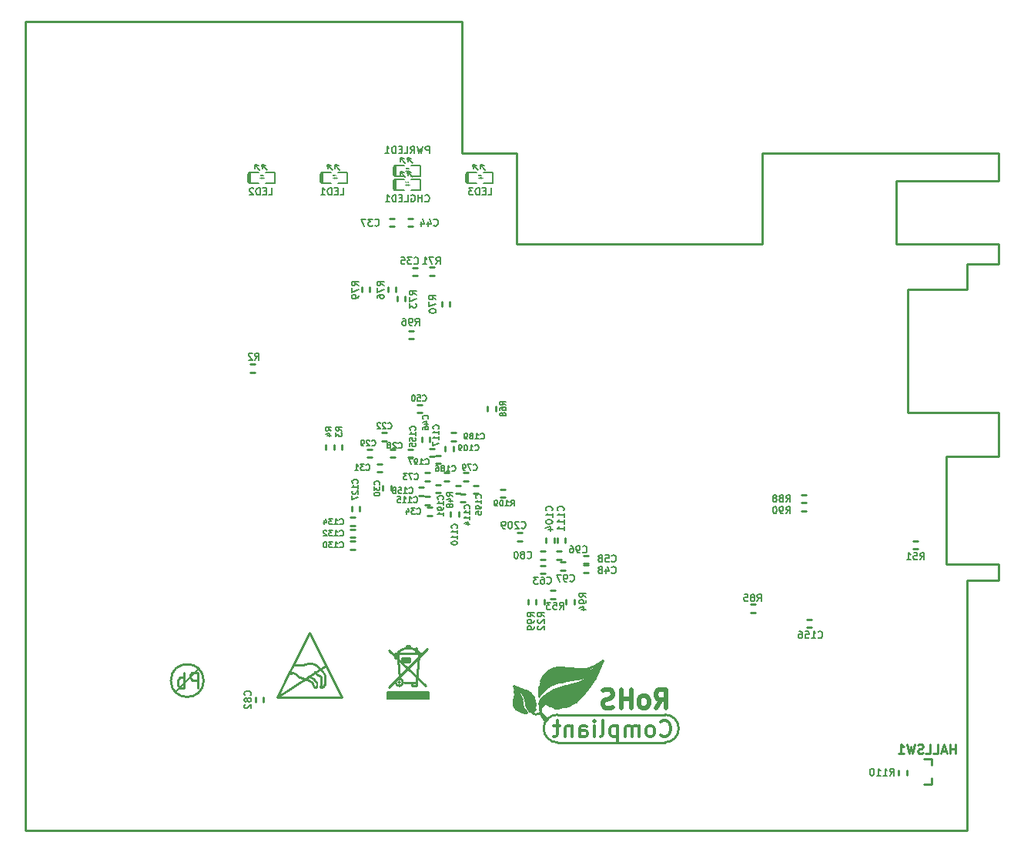
<source format=gbr>
G04 #@! TF.FileFunction,Legend,Bot*
%FSLAX46Y46*%
G04 Gerber Fmt 4.6, Leading zero omitted, Abs format (unit mm)*
G04 Created by KiCad (PCBNEW no-vcs-found-undefined) date Tue Nov  8 15:57:13 2016*
%MOMM*%
%LPD*%
G01*
G04 APERTURE LIST*
%ADD10C,0.100000*%
%ADD11C,0.254000*%
%ADD12C,0.127000*%
%ADD13C,0.050000*%
%ADD14C,0.150000*%
%ADD15C,0.200000*%
%ADD16C,0.508000*%
%ADD17C,0.190500*%
%ADD18C,0.158750*%
%ADD19C,0.500000*%
%ADD20C,0.350000*%
G04 APERTURE END LIST*
D10*
D11*
X201250000Y-58800000D02*
X201250000Y-70700000D01*
X207000000Y-70700000D02*
X207000000Y-72500000D01*
X207000000Y-54000000D02*
X207000000Y-58800000D01*
X201250000Y-58800000D02*
X207000000Y-58800000D01*
X207000000Y-70700000D02*
X201250000Y-70700000D01*
X207000000Y-35500000D02*
X207000000Y-37700000D01*
X195750000Y-28500000D02*
X195750000Y-35500000D01*
X207000000Y-25500000D02*
X207000000Y-28500000D01*
X195750000Y-28500000D02*
X207000000Y-28500000D01*
X207000000Y-35500000D02*
X195750000Y-35500000D01*
X197000000Y-40500000D02*
X197000000Y-54000000D01*
X203500000Y-37700000D02*
X203500000Y-40500000D01*
X197000000Y-40500000D02*
X203500000Y-40500000D01*
X197000000Y-54000000D02*
X207000000Y-54000000D01*
X203500000Y-37700000D02*
X207000000Y-37700000D01*
X203500000Y-72500000D02*
X207000000Y-72500000D01*
X203500000Y-100000000D02*
X203500000Y-72500000D01*
X181000000Y-25500000D02*
X207000000Y-25500000D01*
X181000000Y-35500000D02*
X181000000Y-25500000D01*
X154000000Y-35500000D02*
X181000000Y-35500000D01*
X154000000Y-25500000D02*
X154000000Y-35500000D01*
X148000000Y-25500000D02*
X154000000Y-25500000D01*
X148000000Y-11000000D02*
X148000000Y-25500000D01*
X100000000Y-11000000D02*
X148000000Y-11000000D01*
X100000000Y-100000000D02*
X100000000Y-11000000D01*
X100000000Y-100000000D02*
X203500000Y-100000000D01*
D12*
X127397000Y-27615800D02*
X126381000Y-27615800D01*
X127397000Y-28784200D02*
X126381000Y-28784200D01*
X127397000Y-27615800D02*
X127397000Y-28784200D01*
X124603000Y-28784200D02*
X125619000Y-28784200D01*
X125619000Y-27565000D02*
X124603000Y-27565000D01*
D10*
X126260000Y-28200000D02*
X125740000Y-28200000D01*
X126090000Y-28090000D02*
X126090000Y-28310000D01*
X126090000Y-28090000D02*
X125980000Y-28190000D01*
X126090000Y-28310000D02*
X125990000Y-28210000D01*
X125900000Y-28090000D02*
X125900000Y-28310000D01*
D13*
X126110000Y-27950000D02*
X125980000Y-27840000D01*
X125970000Y-27820000D02*
X126050000Y-27830000D01*
X125970000Y-27820000D02*
X125970000Y-27900000D01*
X125780000Y-27820000D02*
X125780000Y-27900000D01*
X125780000Y-27820000D02*
X125860000Y-27830000D01*
X125920000Y-27950000D02*
X125790000Y-27840000D01*
D14*
X126546100Y-27336400D02*
X126000000Y-26764900D01*
X125987300Y-26764900D02*
X126406400Y-26853800D01*
X125987300Y-26777600D02*
X126038100Y-27171300D01*
X125199900Y-26777600D02*
X125250700Y-27171300D01*
X125199900Y-26764900D02*
X125619000Y-26853800D01*
X125758700Y-27336400D02*
X125212600Y-26764900D01*
D11*
X124590300Y-27628500D02*
X124437900Y-27755500D01*
X124590300Y-28720700D02*
X124450600Y-28593700D01*
X124437900Y-27755500D02*
X124437900Y-28581000D01*
X124603000Y-28682600D02*
X124603000Y-27641200D01*
X199635000Y-92077600D02*
X199635000Y-92788800D01*
X198796800Y-92077600D02*
X199635000Y-92077600D01*
X198796800Y-94922400D02*
X199635000Y-94922400D01*
X199635000Y-94211200D02*
X199635000Y-94922400D01*
X140300000Y-33544500D02*
X140554000Y-33544500D01*
X140300000Y-33544500D02*
X140046000Y-33544500D01*
X140300000Y-32655500D02*
X140046000Y-32655500D01*
X140300000Y-32655500D02*
X140554000Y-32655500D01*
D12*
X151397000Y-27615800D02*
X150381000Y-27615800D01*
X151397000Y-28784200D02*
X150381000Y-28784200D01*
X151397000Y-27615800D02*
X151397000Y-28784200D01*
X148603000Y-28784200D02*
X149619000Y-28784200D01*
X149619000Y-27565000D02*
X148603000Y-27565000D01*
D10*
X150260000Y-28200000D02*
X149740000Y-28200000D01*
X150090000Y-28090000D02*
X150090000Y-28310000D01*
X150090000Y-28090000D02*
X149980000Y-28190000D01*
X150090000Y-28310000D02*
X149990000Y-28210000D01*
X149900000Y-28090000D02*
X149900000Y-28310000D01*
D13*
X150110000Y-27950000D02*
X149980000Y-27840000D01*
X149970000Y-27820000D02*
X150050000Y-27830000D01*
X149970000Y-27820000D02*
X149970000Y-27900000D01*
X149780000Y-27820000D02*
X149780000Y-27900000D01*
X149780000Y-27820000D02*
X149860000Y-27830000D01*
X149920000Y-27950000D02*
X149790000Y-27840000D01*
D14*
X150546100Y-27336400D02*
X150000000Y-26764900D01*
X149987300Y-26764900D02*
X150406400Y-26853800D01*
X149987300Y-26777600D02*
X150038100Y-27171300D01*
X149199900Y-26777600D02*
X149250700Y-27171300D01*
X149199900Y-26764900D02*
X149619000Y-26853800D01*
X149758700Y-27336400D02*
X149212600Y-26764900D01*
D11*
X148590300Y-27628500D02*
X148437900Y-27755500D01*
X148590300Y-28720700D02*
X148450600Y-28593700D01*
X148437900Y-27755500D02*
X148437900Y-28581000D01*
X148603000Y-28682600D02*
X148603000Y-27641200D01*
D12*
X143382000Y-28371800D02*
X142366000Y-28371800D01*
X143382000Y-29540200D02*
X142366000Y-29540200D01*
X143382000Y-28371800D02*
X143382000Y-29540200D01*
X140588000Y-29540200D02*
X141604000Y-29540200D01*
X141604000Y-28321000D02*
X140588000Y-28321000D01*
D10*
X142245000Y-28956000D02*
X141725000Y-28956000D01*
X142075000Y-28846000D02*
X142075000Y-29066000D01*
X142075000Y-28846000D02*
X141965000Y-28946000D01*
X142075000Y-29066000D02*
X141975000Y-28966000D01*
X141885000Y-28846000D02*
X141885000Y-29066000D01*
D13*
X142095000Y-28706000D02*
X141965000Y-28596000D01*
X141955000Y-28576000D02*
X142035000Y-28586000D01*
X141955000Y-28576000D02*
X141955000Y-28656000D01*
X141765000Y-28576000D02*
X141765000Y-28656000D01*
X141765000Y-28576000D02*
X141845000Y-28586000D01*
X141905000Y-28706000D02*
X141775000Y-28596000D01*
D14*
X142531100Y-28092400D02*
X141985000Y-27520900D01*
X141972300Y-27520900D02*
X142391400Y-27609800D01*
X141972300Y-27533600D02*
X142023100Y-27927300D01*
X141184900Y-27533600D02*
X141235700Y-27927300D01*
X141184900Y-27520900D02*
X141604000Y-27609800D01*
X141743700Y-28092400D02*
X141197600Y-27520900D01*
D11*
X140575300Y-28384500D02*
X140422900Y-28511500D01*
X140575300Y-29476700D02*
X140435600Y-29349700D01*
X140422900Y-28511500D02*
X140422900Y-29337000D01*
X140588000Y-29438600D02*
X140588000Y-28397200D01*
D12*
X143397000Y-26853800D02*
X142381000Y-26853800D01*
X143397000Y-28022200D02*
X142381000Y-28022200D01*
X143397000Y-26853800D02*
X143397000Y-28022200D01*
X140603000Y-28022200D02*
X141619000Y-28022200D01*
X141619000Y-26803000D02*
X140603000Y-26803000D01*
D10*
X142260000Y-27438000D02*
X141740000Y-27438000D01*
X142090000Y-27328000D02*
X142090000Y-27548000D01*
X142090000Y-27328000D02*
X141980000Y-27428000D01*
X142090000Y-27548000D02*
X141990000Y-27448000D01*
X141900000Y-27328000D02*
X141900000Y-27548000D01*
D13*
X142110000Y-27188000D02*
X141980000Y-27078000D01*
X141970000Y-27058000D02*
X142050000Y-27068000D01*
X141970000Y-27058000D02*
X141970000Y-27138000D01*
X141780000Y-27058000D02*
X141780000Y-27138000D01*
X141780000Y-27058000D02*
X141860000Y-27068000D01*
X141920000Y-27188000D02*
X141790000Y-27078000D01*
D14*
X142546100Y-26574400D02*
X142000000Y-26002900D01*
X141987300Y-26002900D02*
X142406400Y-26091800D01*
X141987300Y-26015600D02*
X142038100Y-26409300D01*
X141199900Y-26015600D02*
X141250700Y-26409300D01*
X141199900Y-26002900D02*
X141619000Y-26091800D01*
X141758700Y-26574400D02*
X141212600Y-26002900D01*
D11*
X140590300Y-26866500D02*
X140437900Y-26993500D01*
X140590300Y-27958700D02*
X140450600Y-27831700D01*
X140437900Y-26993500D02*
X140437900Y-27819000D01*
X140603000Y-27920600D02*
X140603000Y-26879200D01*
D12*
X135397000Y-27615800D02*
X134381000Y-27615800D01*
X135397000Y-28784200D02*
X134381000Y-28784200D01*
X135397000Y-27615800D02*
X135397000Y-28784200D01*
X132603000Y-28784200D02*
X133619000Y-28784200D01*
X133619000Y-27565000D02*
X132603000Y-27565000D01*
D10*
X134260000Y-28200000D02*
X133740000Y-28200000D01*
X134090000Y-28090000D02*
X134090000Y-28310000D01*
X134090000Y-28090000D02*
X133980000Y-28190000D01*
X134090000Y-28310000D02*
X133990000Y-28210000D01*
X133900000Y-28090000D02*
X133900000Y-28310000D01*
D13*
X134110000Y-27950000D02*
X133980000Y-27840000D01*
X133970000Y-27820000D02*
X134050000Y-27830000D01*
X133970000Y-27820000D02*
X133970000Y-27900000D01*
X133780000Y-27820000D02*
X133780000Y-27900000D01*
X133780000Y-27820000D02*
X133860000Y-27830000D01*
X133920000Y-27950000D02*
X133790000Y-27840000D01*
D14*
X134546100Y-27336400D02*
X134000000Y-26764900D01*
X133987300Y-26764900D02*
X134406400Y-26853800D01*
X133987300Y-26777600D02*
X134038100Y-27171300D01*
X133199900Y-26777600D02*
X133250700Y-27171300D01*
X133199900Y-26764900D02*
X133619000Y-26853800D01*
X133758700Y-27336400D02*
X133212600Y-26764900D01*
D11*
X132590300Y-27628500D02*
X132437900Y-27755500D01*
X132590300Y-28720700D02*
X132450600Y-28593700D01*
X132437900Y-27755500D02*
X132437900Y-28581000D01*
X132603000Y-28682600D02*
X132603000Y-27641200D01*
X131191000Y-78232000D02*
X134747000Y-85344000D01*
X134747000Y-85344000D02*
X127635000Y-85344000D01*
X127635000Y-85344000D02*
X128968500Y-82677000D01*
X128968500Y-82677000D02*
X129413000Y-81788000D01*
X129413000Y-81788000D02*
X131191000Y-78232000D01*
X132969000Y-81851500D02*
X127635000Y-85344000D01*
X130594100Y-81788000D02*
X129413000Y-81788000D01*
X128968500Y-82677000D02*
X129286000Y-82677000D01*
X131953000Y-84264500D02*
X131800600Y-84264500D01*
X132905500Y-82867500D02*
X132905500Y-83947000D01*
X132461000Y-84264500D02*
X132461000Y-84137500D01*
X132524500Y-84074000D02*
X132524500Y-83058000D01*
X132524500Y-84074000D02*
X132588000Y-84074000D01*
X130810721Y-81724678D02*
G75*
G02X132397500Y-82232500I466639J-1274902D01*
G01*
X130809915Y-81726114D02*
G75*
G02X130594100Y-81788000I-182795J230214D01*
G01*
X129285301Y-82677474D02*
G75*
G02X129794000Y-82867500I64199J-604046D01*
G01*
X130616461Y-83313576D02*
G75*
G02X129794000Y-82867500I147819J1253796D01*
G01*
X131128708Y-83059166D02*
G75*
G02X132080000Y-83820000I-285688J-1332334D01*
G01*
X131190915Y-83503965D02*
G75*
G02X131762500Y-84264500I-284395J-808795D01*
G01*
X130751275Y-83376493D02*
G75*
G02X131191000Y-83502500I-825195J-3709947D01*
G01*
X132079967Y-84137600D02*
G75*
G02X131953000Y-84264500I-190467J63600D01*
G01*
X132079068Y-83820674D02*
G75*
G02X132080000Y-84137500I-316568J-159346D01*
G01*
X132522935Y-83059845D02*
G75*
G02X131826000Y-82613500I153965J1007685D01*
G01*
X132713549Y-82550142D02*
G75*
G02X132397500Y-82232500I478971J792622D01*
G01*
X132716048Y-82551575D02*
G75*
G02X132905500Y-82867500I-168688J-315925D01*
G01*
X132905500Y-83947000D02*
G75*
G02X132524500Y-84328000I-381000J0D01*
G01*
X132522071Y-84330545D02*
G75*
G02X132461000Y-84264500I2429J63505D01*
G01*
X132461000Y-84137500D02*
G75*
G02X132524500Y-84074000I63500J0D01*
G01*
X132588000Y-84074000D02*
G75*
G02X132715000Y-84201000I0J-127000D01*
G01*
X156900000Y-70144500D02*
X156646000Y-70144500D01*
X156900000Y-70144500D02*
X157154000Y-70144500D01*
X156900000Y-69255500D02*
X157154000Y-69255500D01*
X156900000Y-69255500D02*
X156646000Y-69255500D01*
X139400000Y-56255500D02*
X139654000Y-56255500D01*
X139400000Y-56255500D02*
X139146000Y-56255500D01*
X139400000Y-57144500D02*
X139146000Y-57144500D01*
X139400000Y-57144500D02*
X139654000Y-57144500D01*
X140400000Y-58944500D02*
X140146000Y-58944500D01*
X140400000Y-58944500D02*
X140654000Y-58944500D01*
X140400000Y-58055500D02*
X140654000Y-58055500D01*
X140400000Y-58055500D02*
X140146000Y-58055500D01*
X137800000Y-58055500D02*
X138054000Y-58055500D01*
X137800000Y-58055500D02*
X137546000Y-58055500D01*
X137800000Y-58944500D02*
X137546000Y-58944500D01*
X137800000Y-58944500D02*
X138054000Y-58944500D01*
X139305500Y-62350000D02*
X139305500Y-62096000D01*
X139305500Y-62350000D02*
X139305500Y-62604000D01*
X140194500Y-62350000D02*
X140194500Y-62604000D01*
X140194500Y-62350000D02*
X140194500Y-62096000D01*
X138900000Y-59655500D02*
X139154000Y-59655500D01*
X138900000Y-59655500D02*
X138646000Y-59655500D01*
X138900000Y-60544500D02*
X138646000Y-60544500D01*
X138900000Y-60544500D02*
X139154000Y-60544500D01*
X144400000Y-64455500D02*
X144146000Y-64455500D01*
X144400000Y-64455500D02*
X144654000Y-64455500D01*
X144400000Y-65344500D02*
X144654000Y-65344500D01*
X144400000Y-65344500D02*
X144146000Y-65344500D01*
X142800000Y-38055500D02*
X143054000Y-38055500D01*
X142800000Y-38055500D02*
X142546000Y-38055500D01*
X142800000Y-38944500D02*
X142546000Y-38944500D01*
X142800000Y-38944500D02*
X143054000Y-38944500D01*
X142300000Y-32655500D02*
X142554000Y-32655500D01*
X142300000Y-32655500D02*
X142046000Y-32655500D01*
X142300000Y-33544500D02*
X142046000Y-33544500D01*
X142300000Y-33544500D02*
X142554000Y-33544500D01*
X144444500Y-57000000D02*
X144444500Y-57254000D01*
X144444500Y-57000000D02*
X144444500Y-56746000D01*
X143555500Y-57000000D02*
X143555500Y-56746000D01*
X143555500Y-57000000D02*
X143555500Y-57254000D01*
X161600000Y-70755500D02*
X161854000Y-70755500D01*
X161600000Y-70755500D02*
X161346000Y-70755500D01*
X161600000Y-71644500D02*
X161346000Y-71644500D01*
X161600000Y-71644500D02*
X161854000Y-71644500D01*
X143300000Y-53155500D02*
X143554000Y-53155500D01*
X143300000Y-53155500D02*
X143046000Y-53155500D01*
X143300000Y-54044500D02*
X143046000Y-54044500D01*
X143300000Y-54044500D02*
X143554000Y-54044500D01*
X161600000Y-70644500D02*
X161854000Y-70644500D01*
X161600000Y-70644500D02*
X161346000Y-70644500D01*
X161600000Y-69755500D02*
X161346000Y-69755500D01*
X161600000Y-69755500D02*
X161854000Y-69755500D01*
X156900000Y-70855500D02*
X156646000Y-70855500D01*
X156900000Y-70855500D02*
X157154000Y-70855500D01*
X156900000Y-71744500D02*
X157154000Y-71744500D01*
X156900000Y-71744500D02*
X156646000Y-71744500D01*
X144150000Y-61544500D02*
X143896000Y-61544500D01*
X144150000Y-61544500D02*
X144404000Y-61544500D01*
X144150000Y-60655500D02*
X144404000Y-60655500D01*
X144150000Y-60655500D02*
X143896000Y-60655500D01*
X148400000Y-60655500D02*
X148654000Y-60655500D01*
X148400000Y-60655500D02*
X148146000Y-60655500D01*
X148400000Y-61544500D02*
X148146000Y-61544500D01*
X148400000Y-61544500D02*
X148654000Y-61544500D01*
X126174500Y-85598000D02*
X126174500Y-85852000D01*
X126174500Y-85598000D02*
X126174500Y-85344000D01*
X125285500Y-85598000D02*
X125285500Y-85344000D01*
X125285500Y-85598000D02*
X125285500Y-85852000D01*
X159100000Y-70455500D02*
X159354000Y-70455500D01*
X159100000Y-70455500D02*
X158846000Y-70455500D01*
X159100000Y-71344500D02*
X158846000Y-71344500D01*
X159100000Y-71344500D02*
X159354000Y-71344500D01*
X157255500Y-68100000D02*
X157255500Y-67846000D01*
X157255500Y-68100000D02*
X157255500Y-68354000D01*
X158144500Y-68100000D02*
X158144500Y-68354000D01*
X158144500Y-68100000D02*
X158144500Y-67846000D01*
X147044500Y-58000000D02*
X147044500Y-58254000D01*
X147044500Y-58000000D02*
X147044500Y-57746000D01*
X146155500Y-58000000D02*
X146155500Y-57746000D01*
X146155500Y-58000000D02*
X146155500Y-58254000D01*
X147644500Y-65200000D02*
X147644500Y-65454000D01*
X147644500Y-65200000D02*
X147644500Y-64946000D01*
X146755500Y-65200000D02*
X146755500Y-64946000D01*
X146755500Y-65200000D02*
X146755500Y-65454000D01*
X158455500Y-68100000D02*
X158455500Y-67846000D01*
X158455500Y-68100000D02*
X158455500Y-68354000D01*
X159344500Y-68100000D02*
X159344500Y-68354000D01*
X159344500Y-68100000D02*
X159344500Y-67846000D01*
X148100000Y-62955500D02*
X148354000Y-62955500D01*
X148100000Y-62955500D02*
X147846000Y-62955500D01*
X148100000Y-63844500D02*
X147846000Y-63844500D01*
X148100000Y-63844500D02*
X148354000Y-63844500D01*
X144200000Y-64144500D02*
X143946000Y-64144500D01*
X144200000Y-64144500D02*
X144454000Y-64144500D01*
X144200000Y-63255500D02*
X144454000Y-63255500D01*
X144200000Y-63255500D02*
X143946000Y-63255500D01*
X144700000Y-58844500D02*
X144446000Y-58844500D01*
X144700000Y-58844500D02*
X144954000Y-58844500D01*
X144700000Y-57955500D02*
X144954000Y-57955500D01*
X144700000Y-57955500D02*
X144446000Y-57955500D01*
X135855500Y-64600000D02*
X135855500Y-64346000D01*
X135855500Y-64600000D02*
X135855500Y-64854000D01*
X136744500Y-64600000D02*
X136744500Y-64854000D01*
X136744500Y-64600000D02*
X136744500Y-64346000D01*
X136000000Y-69044500D02*
X135746000Y-69044500D01*
X136000000Y-69044500D02*
X136254000Y-69044500D01*
X136000000Y-68155500D02*
X136254000Y-68155500D01*
X136000000Y-68155500D02*
X135746000Y-68155500D01*
X136000000Y-67744500D02*
X135746000Y-67744500D01*
X136000000Y-67744500D02*
X136254000Y-67744500D01*
X136000000Y-66855500D02*
X136254000Y-66855500D01*
X136000000Y-66855500D02*
X135746000Y-66855500D01*
X136000000Y-66444500D02*
X135746000Y-66444500D01*
X136000000Y-66444500D02*
X136254000Y-66444500D01*
X136000000Y-65555500D02*
X136254000Y-65555500D01*
X136000000Y-65555500D02*
X135746000Y-65555500D01*
X142350000Y-58944500D02*
X142096000Y-58944500D01*
X142350000Y-58944500D02*
X142604000Y-58944500D01*
X142350000Y-58055500D02*
X142604000Y-58055500D01*
X142350000Y-58055500D02*
X142096000Y-58055500D01*
X186182000Y-76771500D02*
X186436000Y-76771500D01*
X186182000Y-76771500D02*
X185928000Y-76771500D01*
X186182000Y-77660500D02*
X185928000Y-77660500D01*
X186182000Y-77660500D02*
X186436000Y-77660500D01*
X143500000Y-63144500D02*
X143246000Y-63144500D01*
X143500000Y-63144500D02*
X143754000Y-63144500D01*
X143500000Y-62255500D02*
X143754000Y-62255500D01*
X143500000Y-62255500D02*
X143246000Y-62255500D01*
X146300000Y-61544500D02*
X146046000Y-61544500D01*
X146300000Y-61544500D02*
X146554000Y-61544500D01*
X146300000Y-60655500D02*
X146554000Y-60655500D01*
X146300000Y-60655500D02*
X146046000Y-60655500D01*
X147100000Y-56255500D02*
X147354000Y-56255500D01*
X147100000Y-56255500D02*
X146846000Y-56255500D01*
X147100000Y-57144500D02*
X146846000Y-57144500D01*
X147100000Y-57144500D02*
X147354000Y-57144500D01*
X145400000Y-62844500D02*
X145146000Y-62844500D01*
X145400000Y-62844500D02*
X145654000Y-62844500D01*
X145400000Y-61955500D02*
X145654000Y-61955500D01*
X145400000Y-61955500D02*
X145146000Y-61955500D01*
X149500000Y-62055500D02*
X149754000Y-62055500D01*
X149500000Y-62055500D02*
X149246000Y-62055500D01*
X149500000Y-62944500D02*
X149246000Y-62944500D01*
X149500000Y-62944500D02*
X149754000Y-62944500D01*
X145400000Y-58755500D02*
X145654000Y-58755500D01*
X145400000Y-58755500D02*
X145146000Y-58755500D01*
X145400000Y-59644500D02*
X145146000Y-59644500D01*
X145400000Y-59644500D02*
X145654000Y-59644500D01*
X124968000Y-49593500D02*
X124714000Y-49593500D01*
X124968000Y-49593500D02*
X125222000Y-49593500D01*
X124968000Y-48704500D02*
X125222000Y-48704500D01*
X124968000Y-48704500D02*
X124714000Y-48704500D01*
X134810500Y-57785000D02*
X134810500Y-58039000D01*
X134810500Y-57785000D02*
X134810500Y-57531000D01*
X133921500Y-57785000D02*
X133921500Y-57531000D01*
X133921500Y-57785000D02*
X133921500Y-58039000D01*
X133921500Y-57785000D02*
X133921500Y-58039000D01*
X133921500Y-57785000D02*
X133921500Y-57531000D01*
X133032500Y-57785000D02*
X133032500Y-57531000D01*
X133032500Y-57785000D02*
X133032500Y-58039000D01*
X156146500Y-74803000D02*
X156146500Y-74549000D01*
X156146500Y-74803000D02*
X156146500Y-75057000D01*
X157035500Y-74803000D02*
X157035500Y-75057000D01*
X157035500Y-74803000D02*
X157035500Y-74549000D01*
X147600000Y-62944500D02*
X147346000Y-62944500D01*
X147600000Y-62944500D02*
X147854000Y-62944500D01*
X147600000Y-62055500D02*
X147854000Y-62055500D01*
X147600000Y-62055500D02*
X147346000Y-62055500D01*
X197866000Y-69024500D02*
X197612000Y-69024500D01*
X197866000Y-69024500D02*
X198120000Y-69024500D01*
X197866000Y-68135500D02*
X198120000Y-68135500D01*
X197866000Y-68135500D02*
X197612000Y-68135500D01*
X157988000Y-74485500D02*
X157734000Y-74485500D01*
X157988000Y-74485500D02*
X158242000Y-74485500D01*
X157988000Y-73596500D02*
X158242000Y-73596500D01*
X157988000Y-73596500D02*
X157734000Y-73596500D01*
X150812500Y-53594000D02*
X150812500Y-53340000D01*
X150812500Y-53594000D02*
X150812500Y-53848000D01*
X151701500Y-53594000D02*
X151701500Y-53848000D01*
X151701500Y-53594000D02*
X151701500Y-53340000D01*
X179959000Y-76009500D02*
X179705000Y-76009500D01*
X179959000Y-76009500D02*
X180213000Y-76009500D01*
X179959000Y-75120500D02*
X180213000Y-75120500D01*
X179959000Y-75120500D02*
X179705000Y-75120500D01*
X185547000Y-63944500D02*
X185293000Y-63944500D01*
X185547000Y-63944500D02*
X185801000Y-63944500D01*
X185547000Y-63055500D02*
X185801000Y-63055500D01*
X185547000Y-63055500D02*
X185293000Y-63055500D01*
X185547000Y-64833500D02*
X185293000Y-64833500D01*
X185547000Y-64833500D02*
X185801000Y-64833500D01*
X185547000Y-63944500D02*
X185801000Y-63944500D01*
X185547000Y-63944500D02*
X185293000Y-63944500D01*
X142367000Y-45021500D02*
X142621000Y-45021500D01*
X142367000Y-45021500D02*
X142113000Y-45021500D01*
X142367000Y-45910500D02*
X142113000Y-45910500D01*
X142367000Y-45910500D02*
X142621000Y-45910500D01*
X145755500Y-42100000D02*
X145755500Y-41846000D01*
X145755500Y-42100000D02*
X145755500Y-42354000D01*
X146644500Y-42100000D02*
X146644500Y-42354000D01*
X146644500Y-42100000D02*
X146644500Y-41846000D01*
X144653000Y-38925500D02*
X144399000Y-38925500D01*
X144653000Y-38925500D02*
X144907000Y-38925500D01*
X144653000Y-38036500D02*
X144907000Y-38036500D01*
X144653000Y-38036500D02*
X144399000Y-38036500D01*
X141744500Y-41500000D02*
X141744500Y-41754000D01*
X141744500Y-41500000D02*
X141744500Y-41246000D01*
X140855500Y-41500000D02*
X140855500Y-41246000D01*
X140855500Y-41500000D02*
X140855500Y-41754000D01*
X139855500Y-40500000D02*
X139855500Y-40246000D01*
X139855500Y-40500000D02*
X139855500Y-40754000D01*
X140744500Y-40500000D02*
X140744500Y-40754000D01*
X140744500Y-40500000D02*
X140744500Y-40246000D01*
X137844500Y-40500000D02*
X137844500Y-40754000D01*
X137844500Y-40500000D02*
X137844500Y-40246000D01*
X136955500Y-40500000D02*
X136955500Y-40246000D01*
X136955500Y-40500000D02*
X136955500Y-40754000D01*
D15*
X116619020Y-84663280D02*
X119052340Y-82242660D01*
D11*
X119582037Y-83499960D02*
G75*
G03X119582037Y-83499960I-1802237J0D01*
G01*
D12*
X141224000Y-83693000D02*
G75*
G03X141224000Y-83693000I-127000J0D01*
G01*
D11*
X140970000Y-80391000D02*
G75*
G02X143256000Y-80391000I1143000J-1143000D01*
G01*
X142240000Y-79629000D02*
X142240000Y-79756000D01*
X142240000Y-79756000D02*
X141859000Y-79756000D01*
X141859000Y-79756000D02*
X141859000Y-79629000D01*
X141859000Y-79629000D02*
X142240000Y-79629000D01*
X142113000Y-81153000D02*
X141478000Y-81153000D01*
X142240000Y-81026000D02*
X141351000Y-81026000D01*
X141351000Y-81026000D02*
X141351000Y-81407000D01*
X141351000Y-81407000D02*
X142240000Y-81407000D01*
X142240000Y-81407000D02*
X142240000Y-81026000D01*
X140843000Y-81026000D02*
X140843000Y-80645000D01*
X140843000Y-80645000D02*
X140716000Y-80645000D01*
X140716000Y-80645000D02*
X140716000Y-81026000D01*
X140843000Y-80645000D02*
X140843000Y-80772000D01*
X140843000Y-80518000D02*
X140716000Y-80899000D01*
X140843000Y-80645000D02*
X140843000Y-80772000D01*
X140970000Y-80518000D02*
X140970000Y-81026000D01*
X140970000Y-81026000D02*
X140589000Y-81026000D01*
X140589000Y-81026000D02*
X140589000Y-80518000D01*
X143002000Y-80391000D02*
X143002000Y-79883000D01*
X143002000Y-79883000D02*
X142875000Y-79883000D01*
X142875000Y-79883000D02*
X142875000Y-80391000D01*
X141498609Y-83693000D02*
G75*
G03X141498609Y-83693000I-401609J0D01*
G01*
X141097000Y-83185000D02*
X140970000Y-81153000D01*
X143002000Y-83693000D02*
X143002000Y-84074000D01*
X143002000Y-84074000D02*
X142494000Y-84074000D01*
X142494000Y-84074000D02*
X142494000Y-83820000D01*
X143510000Y-80518000D02*
X140589000Y-80518000D01*
X143002000Y-83693000D02*
X143256000Y-80645000D01*
X143002000Y-83693000D02*
X141605000Y-83693000D01*
X144018000Y-84074000D02*
X139954000Y-80137000D01*
X144145000Y-80010000D02*
X139954000Y-84201000D01*
D14*
X144300200Y-85446400D02*
X139880600Y-85446400D01*
X139880600Y-85344800D02*
X144249400Y-85344800D01*
X144300200Y-85141600D02*
X139829800Y-85141600D01*
X144300200Y-84989200D02*
X139880600Y-84989200D01*
X139829800Y-85243200D02*
X144249400Y-85243200D01*
X139829800Y-85090800D02*
X144249400Y-85090800D01*
X144300200Y-84938400D02*
X139829800Y-84938400D01*
X139829800Y-84836800D02*
X144249400Y-84836800D01*
X139779000Y-85548000D02*
X144351000Y-85548000D01*
X144351000Y-85548000D02*
X144351000Y-84786000D01*
X144351000Y-84786000D02*
X139779000Y-84786000D01*
X139779000Y-84786000D02*
X139779000Y-85548000D01*
D11*
X158496000Y-87249000D02*
X170307000Y-87249000D01*
X170307000Y-90297000D02*
X158496000Y-90297000D01*
X157640020Y-86266020D02*
X157586680Y-86212680D01*
X156867860Y-86212680D02*
X156591000Y-86487000D01*
X163449000Y-81280000D02*
X162582860Y-83395820D01*
X160599120Y-85783420D02*
X160563560Y-85818980D01*
X158694120Y-86487000D02*
X158178500Y-86487000D01*
X163449000Y-81280000D02*
X162587940Y-81899760D01*
X160870900Y-82237580D02*
X158722060Y-82042000D01*
X156672280Y-83558380D02*
X156524960Y-84157820D01*
X156466540Y-84836000D02*
X156466540Y-85217000D01*
X156568140Y-86441280D02*
X156591000Y-86487000D01*
X157226000Y-87757000D02*
X157040580Y-87571580D01*
X162054540Y-82931000D02*
X161772600Y-83278980D01*
X159745680Y-84030820D02*
X159435800Y-84091780D01*
X156880560Y-85361780D02*
X156710380Y-85549740D01*
X156466540Y-85217000D02*
X156469080Y-85214460D01*
X157525720Y-84142580D02*
X157533340Y-84137500D01*
X158800800Y-83634580D02*
X159318960Y-83560920D01*
X160667700Y-83345020D02*
X162054540Y-82931000D01*
X157226000Y-87884000D02*
X156718000Y-87122000D01*
X156591000Y-86659720D02*
X156591000Y-86614000D01*
X157353000Y-87757000D02*
X156862780Y-87266780D01*
X156591000Y-86995000D02*
X156486860Y-87101680D01*
X155836620Y-87129620D02*
X155702000Y-86995000D01*
X155702000Y-86995000D02*
X155999180Y-86575900D01*
X155882340Y-85374480D02*
X155829000Y-85280500D01*
X155107640Y-84635340D02*
X154686000Y-84455000D01*
X154686000Y-84455000D02*
X153670000Y-84074000D01*
X153670000Y-84074000D02*
X153804620Y-84612480D01*
X153984960Y-86674960D02*
X154007820Y-86697820D01*
X154787600Y-86995000D02*
X155143200Y-86995000D01*
X155689300Y-86995000D02*
X155702000Y-86995000D01*
X154609800Y-85803740D02*
X154635200Y-86194900D01*
X163068000Y-81788000D02*
X162054540Y-82425540D01*
D16*
X162054540Y-82425540D02*
X160909000Y-82425540D01*
X160909000Y-82425540D02*
X159893000Y-82296000D01*
X159893000Y-82296000D02*
X158242000Y-82296000D01*
X158242000Y-82296000D02*
X157607000Y-82677000D01*
X157607000Y-82677000D02*
X157099000Y-83185000D01*
X157099000Y-83185000D02*
X156845000Y-83693000D01*
X156845000Y-83693000D02*
X156718000Y-84709000D01*
X156718000Y-84709000D02*
X157226000Y-84074000D01*
X157226000Y-84074000D02*
X157861000Y-83693000D01*
X157861000Y-83693000D02*
X157607000Y-83185000D01*
X157607000Y-83185000D02*
X157226000Y-83693000D01*
X157988000Y-83693000D02*
X158623000Y-83312000D01*
X158623000Y-83312000D02*
X159131000Y-83312000D01*
X159131000Y-83312000D02*
X159258000Y-83312000D01*
X159258000Y-83312000D02*
X160401000Y-83185000D01*
X160401000Y-83185000D02*
X161671000Y-82804000D01*
X161671000Y-82804000D02*
X162179000Y-82677000D01*
X162179000Y-82677000D02*
X157607000Y-82677000D01*
X157607000Y-82677000D02*
X157607000Y-82931000D01*
X157607000Y-83185000D02*
X157607000Y-82931000D01*
X157607000Y-82931000D02*
X162560000Y-82854800D01*
X157480000Y-83312000D02*
X159131000Y-83312000D01*
X163068000Y-81788000D02*
X162560000Y-82677000D01*
X162560000Y-82677000D02*
X162433000Y-83185000D01*
X162433000Y-83185000D02*
X162054540Y-83693000D01*
X162054540Y-83693000D02*
X162054540Y-83312000D01*
X162054540Y-83312000D02*
X162433000Y-82425540D01*
X161925000Y-83820000D02*
X161544000Y-84328000D01*
X161544000Y-84328000D02*
X161290000Y-84709000D01*
X161290000Y-84709000D02*
X160401000Y-85598000D01*
X160401000Y-85598000D02*
X159893000Y-85979000D01*
X159893000Y-85979000D02*
X159004000Y-86233000D01*
X159004000Y-86233000D02*
X158115000Y-86233000D01*
X158115000Y-86233000D02*
X157353000Y-85725000D01*
X157353000Y-85725000D02*
X156972000Y-85852000D01*
X156972000Y-85852000D02*
X156718000Y-86106000D01*
X156718000Y-86106000D02*
X156972000Y-85598000D01*
X156972000Y-85598000D02*
X157480000Y-85090000D01*
X157480000Y-85090000D02*
X158165800Y-84683600D01*
X158165800Y-84683600D02*
X159562800Y-84201000D01*
X159562800Y-84201000D02*
X160172400Y-84201000D01*
X160172400Y-84201000D02*
X160909000Y-83947000D01*
X160909000Y-83947000D02*
X161671000Y-83566000D01*
X161544000Y-83947000D02*
X160782000Y-84582000D01*
X160782000Y-84582000D02*
X160655000Y-84455000D01*
X160655000Y-84455000D02*
X160528000Y-84455000D01*
X160528000Y-84455000D02*
X159385000Y-84582000D01*
X159385000Y-84582000D02*
X158369000Y-84836000D01*
X158369000Y-84836000D02*
X157734000Y-85344000D01*
X157734000Y-85344000D02*
X157607000Y-85471000D01*
X157607000Y-85471000D02*
X157734000Y-85725000D01*
X157734000Y-85725000D02*
X157988000Y-85725000D01*
X157988000Y-85725000D02*
X158369000Y-85852000D01*
X158369000Y-85852000D02*
X159004000Y-85852000D01*
X159004000Y-85852000D02*
X159385000Y-85725000D01*
X159385000Y-85725000D02*
X159893000Y-85598000D01*
X159893000Y-85598000D02*
X160528000Y-85090000D01*
X160528000Y-85090000D02*
X160655000Y-84963000D01*
X160655000Y-84963000D02*
X160528000Y-84836000D01*
X160528000Y-84836000D02*
X160020000Y-84836000D01*
X160020000Y-84836000D02*
X159004000Y-85090000D01*
X159004000Y-85090000D02*
X158750000Y-85090000D01*
X158750000Y-85090000D02*
X158242000Y-85344000D01*
X158242000Y-85344000D02*
X158242000Y-85471000D01*
X158242000Y-85471000D02*
X158369000Y-85598000D01*
X158369000Y-85598000D02*
X158750000Y-85471000D01*
X158750000Y-85471000D02*
X160020000Y-85217000D01*
D11*
X155399740Y-86870540D02*
X155427680Y-86898480D01*
X155016200Y-85801200D02*
X155016200Y-85793580D01*
X155956000Y-86255860D02*
X155956000Y-86233000D01*
X155956000Y-86233000D02*
X155956000Y-85979000D01*
X155956000Y-85979000D02*
X155829000Y-85979000D01*
X155829000Y-85979000D02*
X155702000Y-85979000D01*
X155702000Y-85979000D02*
X155702000Y-86614000D01*
X155829000Y-85979000D02*
X155829000Y-86106000D01*
X155829000Y-86106000D02*
X155829000Y-86487000D01*
X155829000Y-86487000D02*
X155829000Y-86614000D01*
X155829000Y-86614000D02*
X155829000Y-86741000D01*
X155702000Y-85979000D02*
X155321000Y-85979000D01*
X155321000Y-85979000D02*
X155067000Y-85979000D01*
X155067000Y-85979000D02*
X155575000Y-86868000D01*
X155321000Y-85979000D02*
X155321000Y-86487000D01*
X155829000Y-86106000D02*
X155194000Y-86106000D01*
X155956000Y-86233000D02*
X155194000Y-86233000D01*
X155956000Y-86360000D02*
X155194000Y-86360000D01*
X155829000Y-86487000D02*
X155194000Y-86487000D01*
X155829000Y-86614000D02*
X155321000Y-86614000D01*
X155067000Y-85852000D02*
X155956000Y-85852000D01*
X155067000Y-85725000D02*
X155956000Y-85725000D01*
X155067000Y-85598000D02*
X155829000Y-85598000D01*
X155067000Y-85471000D02*
X155829000Y-85471000D01*
X154940000Y-85344000D02*
X155829000Y-85344000D01*
X154940000Y-85217000D02*
X155702000Y-85217000D01*
X154813000Y-85090000D02*
X155575000Y-85090000D01*
X154813000Y-84963000D02*
X155448000Y-84963000D01*
X154686000Y-84836000D02*
X155194000Y-84836000D01*
X153924000Y-84709000D02*
X154051000Y-84709000D01*
X154051000Y-84709000D02*
X154178000Y-84709000D01*
X154178000Y-84709000D02*
X155067000Y-84709000D01*
X154686000Y-84582000D02*
X153924000Y-84582000D01*
X154432000Y-84455000D02*
X153797000Y-84455000D01*
X154305000Y-84328000D02*
X153797000Y-84328000D01*
X154178000Y-84709000D02*
X154178000Y-85217000D01*
X154051000Y-84709000D02*
X154051000Y-85217000D01*
X154432000Y-85217000D02*
X153924000Y-85217000D01*
X154432000Y-85344000D02*
X153924000Y-85344000D01*
X154559000Y-85471000D02*
X153924000Y-85471000D01*
X154559000Y-85598000D02*
X153797000Y-85598000D01*
X154559000Y-85725000D02*
X153797000Y-85725000D01*
X154559000Y-85852000D02*
X153797000Y-85852000D01*
X154559000Y-85979000D02*
X153797000Y-85979000D01*
X154559000Y-86106000D02*
X153797000Y-86106000D01*
X154559000Y-86233000D02*
X153797000Y-86233000D01*
X154635200Y-86360000D02*
X153797000Y-86360000D01*
X154686000Y-86487000D02*
X153924000Y-86487000D01*
X154686000Y-86614000D02*
X154051000Y-86614000D01*
X154813000Y-86741000D02*
X154178000Y-86741000D01*
X154940000Y-86868000D02*
X154432000Y-86868000D01*
X156972000Y-88773000D02*
G75*
G02X158496000Y-87249000I1524000J0D01*
G01*
X170307000Y-87249000D02*
G75*
G02X171831000Y-88773000I0J-1524000D01*
G01*
X171831000Y-88773000D02*
G75*
G02X170307000Y-90297000I-1524000J0D01*
G01*
X158496000Y-90297000D02*
G75*
G02X156972000Y-88773000I0J1524000D01*
G01*
X158178500Y-86489066D02*
G75*
G02X157640020Y-86266020I0J761526D01*
G01*
X156867860Y-86210140D02*
G75*
G02X157586680Y-86212680I358140J-360680D01*
G01*
X162580464Y-83401447D02*
G75*
G02X160599120Y-85783420I-8344044J4925607D01*
G01*
X160559933Y-85821013D02*
G75*
G02X158694120Y-86487000I-1738813J1924813D01*
G01*
X162585952Y-81897522D02*
G75*
G02X160870900Y-82237580I-1268012J1900222D01*
G01*
X156671736Y-83554585D02*
G75*
G02X158722060Y-82042000I2144304J-760715D01*
G01*
X156464760Y-84835243D02*
G75*
G02X156524960Y-84157820I3049780J70363D01*
G01*
X157038549Y-87572559D02*
G75*
G02X156591000Y-86487000I1086611J1083019D01*
G01*
X161772541Y-83280778D02*
G75*
G02X159745680Y-84030820I-2631381J3997218D01*
G01*
X156881473Y-85361156D02*
G75*
G02X159435800Y-84091780I3654147J-4148444D01*
G01*
X156590155Y-86487069D02*
G75*
G02X156710380Y-85549740I762845J378529D01*
G01*
X156470641Y-85212765D02*
G75*
G02X157525720Y-84142580I3831299J-2722035D01*
G01*
X157537130Y-84134934D02*
G75*
G02X158800800Y-83634580I2134890J-3545866D01*
G01*
X160661379Y-83345186D02*
G75*
G02X159318960Y-83560920I-1812319J6992786D01*
G01*
X157096978Y-87884280D02*
G75*
G02X156591000Y-86659720I1228842J1224560D01*
G01*
X156859258Y-87266710D02*
G75*
G02X156591000Y-86614000I653762J650170D01*
G01*
X156486134Y-87100954D02*
G75*
G02X156128720Y-87249000I-357414J357414D01*
G01*
X156128720Y-87250612D02*
G75*
G02X155836620Y-87129620I0J413092D01*
G01*
X156084874Y-86131901D02*
G75*
G02X155999180Y-86575900I-1195674J501D01*
G01*
X155882794Y-85376321D02*
G75*
G02X156083000Y-86131400I-1323794J-755079D01*
G01*
X155107000Y-84636511D02*
G75*
G02X155829000Y-85280500I-601340J-1400909D01*
G01*
X153805148Y-84615136D02*
G75*
G02X153741120Y-85549740I-1478808J-368184D01*
G01*
X153670283Y-85918487D02*
G75*
G02X153741120Y-85549740I992857J447D01*
G01*
X153983946Y-86675974D02*
G75*
G02X153670000Y-85918040I757934J757934D01*
G01*
X154587497Y-86971453D02*
G75*
G02X154007820Y-86697820I205183J1185493D01*
G01*
X154788927Y-86996303D02*
G75*
G02X154589480Y-86972140I-1327J824263D01*
G01*
X154255795Y-84856066D02*
G75*
G02X154609800Y-85846920I-1408755J-1061974D01*
G01*
X155137340Y-86990613D02*
G75*
G02X154635200Y-86194900I709440J1003993D01*
G01*
X155703788Y-86996791D02*
G75*
G02X155399740Y-86870540I752J431051D01*
G01*
X155426340Y-86898046D02*
G75*
G02X155016200Y-85801200I1118940J1043506D01*
G01*
X154509020Y-84762180D02*
G75*
G02X155016200Y-85793580I-991420J-1127920D01*
G01*
X155955556Y-86257371D02*
G75*
G02X155702000Y-86868000I-865696J1511D01*
G01*
X158700000Y-69255500D02*
X158954000Y-69255500D01*
X158700000Y-69255500D02*
X158446000Y-69255500D01*
X158700000Y-70144500D02*
X158446000Y-70144500D01*
X158700000Y-70144500D02*
X158954000Y-70144500D01*
X154305000Y-68135500D02*
X154051000Y-68135500D01*
X154305000Y-68135500D02*
X154559000Y-68135500D01*
X154305000Y-67246500D02*
X154559000Y-67246500D01*
X154305000Y-67246500D02*
X154051000Y-67246500D01*
X160337500Y-74803000D02*
X160337500Y-75057000D01*
X160337500Y-74803000D02*
X160337500Y-74549000D01*
X159448500Y-74803000D02*
X159448500Y-74549000D01*
X159448500Y-74803000D02*
X159448500Y-75057000D01*
X155257500Y-74803000D02*
X155257500Y-75057000D01*
X155257500Y-74803000D02*
X155257500Y-74549000D01*
X156146500Y-74803000D02*
X156146500Y-74549000D01*
X156146500Y-74803000D02*
X156146500Y-75057000D01*
X196913500Y-93599000D02*
X196913500Y-93345000D01*
X196913500Y-93599000D02*
X196913500Y-93853000D01*
X196024500Y-93599000D02*
X196024500Y-93853000D01*
X196024500Y-93599000D02*
X196024500Y-93345000D01*
X152500000Y-62455500D02*
X152754000Y-62455500D01*
X152500000Y-62455500D02*
X152246000Y-62455500D01*
X152500000Y-63344500D02*
X152246000Y-63344500D01*
X152500000Y-63344500D02*
X152754000Y-63344500D01*
D17*
X126709714Y-30062714D02*
X127072571Y-30062714D01*
X127072571Y-29300714D01*
X126455714Y-29663571D02*
X126201714Y-29663571D01*
X126092857Y-30062714D02*
X126455714Y-30062714D01*
X126455714Y-29300714D01*
X126092857Y-29300714D01*
X125766285Y-30062714D02*
X125766285Y-29300714D01*
X125584857Y-29300714D01*
X125476000Y-29337000D01*
X125403428Y-29409571D01*
X125367142Y-29482142D01*
X125330857Y-29627285D01*
X125330857Y-29736142D01*
X125367142Y-29881285D01*
X125403428Y-29953857D01*
X125476000Y-30026428D01*
X125584857Y-30062714D01*
X125766285Y-30062714D01*
X125040571Y-29373285D02*
X125004285Y-29337000D01*
X124931714Y-29300714D01*
X124750285Y-29300714D01*
X124677714Y-29337000D01*
X124641428Y-29373285D01*
X124605142Y-29445857D01*
X124605142Y-29518428D01*
X124641428Y-29627285D01*
X125076857Y-30062714D01*
X124605142Y-30062714D01*
D11*
X202232380Y-91518619D02*
X202232380Y-90502619D01*
X202232380Y-90986428D02*
X201651809Y-90986428D01*
X201651809Y-91518619D02*
X201651809Y-90502619D01*
X201216380Y-91228333D02*
X200732571Y-91228333D01*
X201313142Y-91518619D02*
X200974476Y-90502619D01*
X200635809Y-91518619D01*
X199813333Y-91518619D02*
X200297142Y-91518619D01*
X200297142Y-90502619D01*
X198990857Y-91518619D02*
X199474666Y-91518619D01*
X199474666Y-90502619D01*
X198700571Y-91470238D02*
X198555428Y-91518619D01*
X198313523Y-91518619D01*
X198216761Y-91470238D01*
X198168380Y-91421857D01*
X198120000Y-91325095D01*
X198120000Y-91228333D01*
X198168380Y-91131571D01*
X198216761Y-91083190D01*
X198313523Y-91034809D01*
X198507047Y-90986428D01*
X198603809Y-90938047D01*
X198652190Y-90889666D01*
X198700571Y-90792904D01*
X198700571Y-90696142D01*
X198652190Y-90599380D01*
X198603809Y-90551000D01*
X198507047Y-90502619D01*
X198265142Y-90502619D01*
X198120000Y-90551000D01*
X197781333Y-90502619D02*
X197539428Y-91518619D01*
X197345904Y-90792904D01*
X197152380Y-91518619D01*
X196910476Y-90502619D01*
X195991238Y-91518619D02*
X196571809Y-91518619D01*
X196281523Y-91518619D02*
X196281523Y-90502619D01*
X196378285Y-90647761D01*
X196475047Y-90744523D01*
X196571809Y-90792904D01*
D17*
X138411857Y-33419142D02*
X138448142Y-33455428D01*
X138557000Y-33491714D01*
X138629571Y-33491714D01*
X138738428Y-33455428D01*
X138811000Y-33382857D01*
X138847285Y-33310285D01*
X138883571Y-33165142D01*
X138883571Y-33056285D01*
X138847285Y-32911142D01*
X138811000Y-32838571D01*
X138738428Y-32766000D01*
X138629571Y-32729714D01*
X138557000Y-32729714D01*
X138448142Y-32766000D01*
X138411857Y-32802285D01*
X138157857Y-32729714D02*
X137686142Y-32729714D01*
X137940142Y-33020000D01*
X137831285Y-33020000D01*
X137758714Y-33056285D01*
X137722428Y-33092571D01*
X137686142Y-33165142D01*
X137686142Y-33346571D01*
X137722428Y-33419142D01*
X137758714Y-33455428D01*
X137831285Y-33491714D01*
X138049000Y-33491714D01*
X138121571Y-33455428D01*
X138157857Y-33419142D01*
X137432142Y-32729714D02*
X136924142Y-32729714D01*
X137250714Y-33491714D01*
X150839714Y-30062714D02*
X151202571Y-30062714D01*
X151202571Y-29300714D01*
X150585714Y-29663571D02*
X150331714Y-29663571D01*
X150222857Y-30062714D02*
X150585714Y-30062714D01*
X150585714Y-29300714D01*
X150222857Y-29300714D01*
X149896285Y-30062714D02*
X149896285Y-29300714D01*
X149714857Y-29300714D01*
X149606000Y-29337000D01*
X149533428Y-29409571D01*
X149497142Y-29482142D01*
X149460857Y-29627285D01*
X149460857Y-29736142D01*
X149497142Y-29881285D01*
X149533428Y-29953857D01*
X149606000Y-30026428D01*
X149714857Y-30062714D01*
X149896285Y-30062714D01*
X149206857Y-29300714D02*
X148735142Y-29300714D01*
X148989142Y-29591000D01*
X148880285Y-29591000D01*
X148807714Y-29627285D01*
X148771428Y-29663571D01*
X148735142Y-29736142D01*
X148735142Y-29917571D01*
X148771428Y-29990142D01*
X148807714Y-30026428D01*
X148880285Y-30062714D01*
X149098000Y-30062714D01*
X149170571Y-30026428D01*
X149206857Y-29990142D01*
X143927285Y-30752142D02*
X143963571Y-30788428D01*
X144072428Y-30824714D01*
X144145000Y-30824714D01*
X144253857Y-30788428D01*
X144326428Y-30715857D01*
X144362714Y-30643285D01*
X144399000Y-30498142D01*
X144399000Y-30389285D01*
X144362714Y-30244142D01*
X144326428Y-30171571D01*
X144253857Y-30099000D01*
X144145000Y-30062714D01*
X144072428Y-30062714D01*
X143963571Y-30099000D01*
X143927285Y-30135285D01*
X143600714Y-30824714D02*
X143600714Y-30062714D01*
X143600714Y-30425571D02*
X143165285Y-30425571D01*
X143165285Y-30824714D02*
X143165285Y-30062714D01*
X142403285Y-30099000D02*
X142475857Y-30062714D01*
X142584714Y-30062714D01*
X142693571Y-30099000D01*
X142766142Y-30171571D01*
X142802428Y-30244142D01*
X142838714Y-30389285D01*
X142838714Y-30498142D01*
X142802428Y-30643285D01*
X142766142Y-30715857D01*
X142693571Y-30788428D01*
X142584714Y-30824714D01*
X142512142Y-30824714D01*
X142403285Y-30788428D01*
X142367000Y-30752142D01*
X142367000Y-30498142D01*
X142512142Y-30498142D01*
X141677571Y-30824714D02*
X142040428Y-30824714D01*
X142040428Y-30062714D01*
X141423571Y-30425571D02*
X141169571Y-30425571D01*
X141060714Y-30824714D02*
X141423571Y-30824714D01*
X141423571Y-30062714D01*
X141060714Y-30062714D01*
X140734142Y-30824714D02*
X140734142Y-30062714D01*
X140552714Y-30062714D01*
X140443857Y-30099000D01*
X140371285Y-30171571D01*
X140335000Y-30244142D01*
X140298714Y-30389285D01*
X140298714Y-30498142D01*
X140335000Y-30643285D01*
X140371285Y-30715857D01*
X140443857Y-30788428D01*
X140552714Y-30824714D01*
X140734142Y-30824714D01*
X139573000Y-30824714D02*
X140008428Y-30824714D01*
X139790714Y-30824714D02*
X139790714Y-30062714D01*
X139863285Y-30171571D01*
X139935857Y-30244142D01*
X140008428Y-30280428D01*
X144399000Y-25490714D02*
X144399000Y-24728714D01*
X144108714Y-24728714D01*
X144036142Y-24765000D01*
X143999857Y-24801285D01*
X143963571Y-24873857D01*
X143963571Y-24982714D01*
X143999857Y-25055285D01*
X144036142Y-25091571D01*
X144108714Y-25127857D01*
X144399000Y-25127857D01*
X143709571Y-24728714D02*
X143528142Y-25490714D01*
X143383000Y-24946428D01*
X143237857Y-25490714D01*
X143056428Y-24728714D01*
X142330714Y-25490714D02*
X142584714Y-25127857D01*
X142766142Y-25490714D02*
X142766142Y-24728714D01*
X142475857Y-24728714D01*
X142403285Y-24765000D01*
X142367000Y-24801285D01*
X142330714Y-24873857D01*
X142330714Y-24982714D01*
X142367000Y-25055285D01*
X142403285Y-25091571D01*
X142475857Y-25127857D01*
X142766142Y-25127857D01*
X141641285Y-25490714D02*
X142004142Y-25490714D01*
X142004142Y-24728714D01*
X141387285Y-25091571D02*
X141133285Y-25091571D01*
X141024428Y-25490714D02*
X141387285Y-25490714D01*
X141387285Y-24728714D01*
X141024428Y-24728714D01*
X140697857Y-25490714D02*
X140697857Y-24728714D01*
X140516428Y-24728714D01*
X140407571Y-24765000D01*
X140335000Y-24837571D01*
X140298714Y-24910142D01*
X140262428Y-25055285D01*
X140262428Y-25164142D01*
X140298714Y-25309285D01*
X140335000Y-25381857D01*
X140407571Y-25454428D01*
X140516428Y-25490714D01*
X140697857Y-25490714D01*
X139536714Y-25490714D02*
X139972142Y-25490714D01*
X139754428Y-25490714D02*
X139754428Y-24728714D01*
X139827000Y-24837571D01*
X139899571Y-24910142D01*
X139972142Y-24946428D01*
X134583714Y-30062714D02*
X134946571Y-30062714D01*
X134946571Y-29300714D01*
X134329714Y-29663571D02*
X134075714Y-29663571D01*
X133966857Y-30062714D02*
X134329714Y-30062714D01*
X134329714Y-29300714D01*
X133966857Y-29300714D01*
X133640285Y-30062714D02*
X133640285Y-29300714D01*
X133458857Y-29300714D01*
X133350000Y-29337000D01*
X133277428Y-29409571D01*
X133241142Y-29482142D01*
X133204857Y-29627285D01*
X133204857Y-29736142D01*
X133241142Y-29881285D01*
X133277428Y-29953857D01*
X133350000Y-30026428D01*
X133458857Y-30062714D01*
X133640285Y-30062714D01*
X132479142Y-30062714D02*
X132914571Y-30062714D01*
X132696857Y-30062714D02*
X132696857Y-29300714D01*
X132769428Y-29409571D01*
X132842000Y-29482142D01*
X132914571Y-29518428D01*
X155175857Y-69995142D02*
X155212142Y-70031428D01*
X155321000Y-70067714D01*
X155393571Y-70067714D01*
X155502428Y-70031428D01*
X155575000Y-69958857D01*
X155611285Y-69886285D01*
X155647571Y-69741142D01*
X155647571Y-69632285D01*
X155611285Y-69487142D01*
X155575000Y-69414571D01*
X155502428Y-69342000D01*
X155393571Y-69305714D01*
X155321000Y-69305714D01*
X155212142Y-69342000D01*
X155175857Y-69378285D01*
X154740428Y-69632285D02*
X154813000Y-69596000D01*
X154849285Y-69559714D01*
X154885571Y-69487142D01*
X154885571Y-69450857D01*
X154849285Y-69378285D01*
X154813000Y-69342000D01*
X154740428Y-69305714D01*
X154595285Y-69305714D01*
X154522714Y-69342000D01*
X154486428Y-69378285D01*
X154450142Y-69450857D01*
X154450142Y-69487142D01*
X154486428Y-69559714D01*
X154522714Y-69596000D01*
X154595285Y-69632285D01*
X154740428Y-69632285D01*
X154813000Y-69668571D01*
X154849285Y-69704857D01*
X154885571Y-69777428D01*
X154885571Y-69922571D01*
X154849285Y-69995142D01*
X154813000Y-70031428D01*
X154740428Y-70067714D01*
X154595285Y-70067714D01*
X154522714Y-70031428D01*
X154486428Y-69995142D01*
X154450142Y-69922571D01*
X154450142Y-69777428D01*
X154486428Y-69704857D01*
X154522714Y-69668571D01*
X154595285Y-69632285D01*
X153978428Y-69305714D02*
X153905857Y-69305714D01*
X153833285Y-69342000D01*
X153797000Y-69378285D01*
X153760714Y-69450857D01*
X153724428Y-69596000D01*
X153724428Y-69777428D01*
X153760714Y-69922571D01*
X153797000Y-69995142D01*
X153833285Y-70031428D01*
X153905857Y-70067714D01*
X153978428Y-70067714D01*
X154051000Y-70031428D01*
X154087285Y-69995142D01*
X154123571Y-69922571D01*
X154159857Y-69777428D01*
X154159857Y-69596000D01*
X154123571Y-69450857D01*
X154087285Y-69378285D01*
X154051000Y-69342000D01*
X153978428Y-69305714D01*
D14*
D18*
X139854214Y-55725785D02*
X139884452Y-55756023D01*
X139975166Y-55786261D01*
X140035642Y-55786261D01*
X140126357Y-55756023D01*
X140186833Y-55695547D01*
X140217071Y-55635071D01*
X140247309Y-55514119D01*
X140247309Y-55423404D01*
X140217071Y-55302452D01*
X140186833Y-55241976D01*
X140126357Y-55181500D01*
X140035642Y-55151261D01*
X139975166Y-55151261D01*
X139884452Y-55181500D01*
X139854214Y-55211738D01*
X139612309Y-55211738D02*
X139582071Y-55181500D01*
X139521595Y-55151261D01*
X139370404Y-55151261D01*
X139309928Y-55181500D01*
X139279690Y-55211738D01*
X139249452Y-55272214D01*
X139249452Y-55332690D01*
X139279690Y-55423404D01*
X139642547Y-55786261D01*
X139249452Y-55786261D01*
X139007547Y-55211738D02*
X138977309Y-55181500D01*
X138916833Y-55151261D01*
X138765642Y-55151261D01*
X138705166Y-55181500D01*
X138674928Y-55211738D01*
X138644690Y-55272214D01*
X138644690Y-55332690D01*
X138674928Y-55423404D01*
X139037785Y-55786261D01*
X138644690Y-55786261D01*
X140997214Y-57884785D02*
X141027452Y-57915023D01*
X141118166Y-57945261D01*
X141178642Y-57945261D01*
X141269357Y-57915023D01*
X141329833Y-57854547D01*
X141360071Y-57794071D01*
X141390309Y-57673119D01*
X141390309Y-57582404D01*
X141360071Y-57461452D01*
X141329833Y-57400976D01*
X141269357Y-57340500D01*
X141178642Y-57310261D01*
X141118166Y-57310261D01*
X141027452Y-57340500D01*
X140997214Y-57370738D01*
X140755309Y-57370738D02*
X140725071Y-57340500D01*
X140664595Y-57310261D01*
X140513404Y-57310261D01*
X140452928Y-57340500D01*
X140422690Y-57370738D01*
X140392452Y-57431214D01*
X140392452Y-57491690D01*
X140422690Y-57582404D01*
X140785547Y-57945261D01*
X140392452Y-57945261D01*
X140029595Y-57582404D02*
X140090071Y-57552166D01*
X140120309Y-57521928D01*
X140150547Y-57461452D01*
X140150547Y-57431214D01*
X140120309Y-57370738D01*
X140090071Y-57340500D01*
X140029595Y-57310261D01*
X139908642Y-57310261D01*
X139848166Y-57340500D01*
X139817928Y-57370738D01*
X139787690Y-57431214D01*
X139787690Y-57461452D01*
X139817928Y-57521928D01*
X139848166Y-57552166D01*
X139908642Y-57582404D01*
X140029595Y-57582404D01*
X140090071Y-57612642D01*
X140120309Y-57642880D01*
X140150547Y-57703357D01*
X140150547Y-57824309D01*
X140120309Y-57884785D01*
X140090071Y-57915023D01*
X140029595Y-57945261D01*
X139908642Y-57945261D01*
X139848166Y-57915023D01*
X139817928Y-57884785D01*
X139787690Y-57824309D01*
X139787690Y-57703357D01*
X139817928Y-57642880D01*
X139848166Y-57612642D01*
X139908642Y-57582404D01*
X138076214Y-57630785D02*
X138106452Y-57661023D01*
X138197166Y-57691261D01*
X138257642Y-57691261D01*
X138348357Y-57661023D01*
X138408833Y-57600547D01*
X138439071Y-57540071D01*
X138469309Y-57419119D01*
X138469309Y-57328404D01*
X138439071Y-57207452D01*
X138408833Y-57146976D01*
X138348357Y-57086500D01*
X138257642Y-57056261D01*
X138197166Y-57056261D01*
X138106452Y-57086500D01*
X138076214Y-57116738D01*
X137834309Y-57116738D02*
X137804071Y-57086500D01*
X137743595Y-57056261D01*
X137592404Y-57056261D01*
X137531928Y-57086500D01*
X137501690Y-57116738D01*
X137471452Y-57177214D01*
X137471452Y-57237690D01*
X137501690Y-57328404D01*
X137864547Y-57691261D01*
X137471452Y-57691261D01*
X137169071Y-57691261D02*
X137048119Y-57691261D01*
X136987642Y-57661023D01*
X136957404Y-57630785D01*
X136896928Y-57540071D01*
X136866690Y-57419119D01*
X136866690Y-57177214D01*
X136896928Y-57116738D01*
X136927166Y-57086500D01*
X136987642Y-57056261D01*
X137108595Y-57056261D01*
X137169071Y-57086500D01*
X137199309Y-57116738D01*
X137229547Y-57177214D01*
X137229547Y-57328404D01*
X137199309Y-57388880D01*
X137169071Y-57419119D01*
X137108595Y-57449357D01*
X136987642Y-57449357D01*
X136927166Y-57419119D01*
X136896928Y-57388880D01*
X136866690Y-57328404D01*
X138910785Y-61948785D02*
X138941023Y-61918547D01*
X138971261Y-61827833D01*
X138971261Y-61767357D01*
X138941023Y-61676642D01*
X138880547Y-61616166D01*
X138820071Y-61585928D01*
X138699119Y-61555690D01*
X138608404Y-61555690D01*
X138487452Y-61585928D01*
X138426976Y-61616166D01*
X138366500Y-61676642D01*
X138336261Y-61767357D01*
X138336261Y-61827833D01*
X138366500Y-61918547D01*
X138396738Y-61948785D01*
X138336261Y-62160452D02*
X138336261Y-62553547D01*
X138578166Y-62341880D01*
X138578166Y-62432595D01*
X138608404Y-62493071D01*
X138638642Y-62523309D01*
X138699119Y-62553547D01*
X138850309Y-62553547D01*
X138910785Y-62523309D01*
X138941023Y-62493071D01*
X138971261Y-62432595D01*
X138971261Y-62251166D01*
X138941023Y-62190690D01*
X138910785Y-62160452D01*
X138336261Y-62946642D02*
X138336261Y-63007119D01*
X138366500Y-63067595D01*
X138396738Y-63097833D01*
X138457214Y-63128071D01*
X138578166Y-63158309D01*
X138729357Y-63158309D01*
X138850309Y-63128071D01*
X138910785Y-63097833D01*
X138941023Y-63067595D01*
X138971261Y-63007119D01*
X138971261Y-62946642D01*
X138941023Y-62886166D01*
X138910785Y-62855928D01*
X138850309Y-62825690D01*
X138729357Y-62795452D01*
X138578166Y-62795452D01*
X138457214Y-62825690D01*
X138396738Y-62855928D01*
X138366500Y-62886166D01*
X138336261Y-62946642D01*
X137441214Y-60297785D02*
X137471452Y-60328023D01*
X137562166Y-60358261D01*
X137622642Y-60358261D01*
X137713357Y-60328023D01*
X137773833Y-60267547D01*
X137804071Y-60207071D01*
X137834309Y-60086119D01*
X137834309Y-59995404D01*
X137804071Y-59874452D01*
X137773833Y-59813976D01*
X137713357Y-59753500D01*
X137622642Y-59723261D01*
X137562166Y-59723261D01*
X137471452Y-59753500D01*
X137441214Y-59783738D01*
X137229547Y-59723261D02*
X136836452Y-59723261D01*
X137048119Y-59965166D01*
X136957404Y-59965166D01*
X136896928Y-59995404D01*
X136866690Y-60025642D01*
X136836452Y-60086119D01*
X136836452Y-60237309D01*
X136866690Y-60297785D01*
X136896928Y-60328023D01*
X136957404Y-60358261D01*
X137138833Y-60358261D01*
X137199309Y-60328023D01*
X137229547Y-60297785D01*
X136231690Y-60358261D02*
X136594547Y-60358261D01*
X136413119Y-60358261D02*
X136413119Y-59723261D01*
X136473595Y-59813976D01*
X136534071Y-59874452D01*
X136594547Y-59904690D01*
X143029214Y-65123785D02*
X143059452Y-65154023D01*
X143150166Y-65184261D01*
X143210642Y-65184261D01*
X143301357Y-65154023D01*
X143361833Y-65093547D01*
X143392071Y-65033071D01*
X143422309Y-64912119D01*
X143422309Y-64821404D01*
X143392071Y-64700452D01*
X143361833Y-64639976D01*
X143301357Y-64579500D01*
X143210642Y-64549261D01*
X143150166Y-64549261D01*
X143059452Y-64579500D01*
X143029214Y-64609738D01*
X142817547Y-64549261D02*
X142424452Y-64549261D01*
X142636119Y-64791166D01*
X142545404Y-64791166D01*
X142484928Y-64821404D01*
X142454690Y-64851642D01*
X142424452Y-64912119D01*
X142424452Y-65063309D01*
X142454690Y-65123785D01*
X142484928Y-65154023D01*
X142545404Y-65184261D01*
X142726833Y-65184261D01*
X142787309Y-65154023D01*
X142817547Y-65123785D01*
X141880166Y-64760928D02*
X141880166Y-65184261D01*
X142031357Y-64519023D02*
X142182547Y-64972595D01*
X141789452Y-64972595D01*
D17*
X142729857Y-37610142D02*
X142766142Y-37646428D01*
X142875000Y-37682714D01*
X142947571Y-37682714D01*
X143056428Y-37646428D01*
X143129000Y-37573857D01*
X143165285Y-37501285D01*
X143201571Y-37356142D01*
X143201571Y-37247285D01*
X143165285Y-37102142D01*
X143129000Y-37029571D01*
X143056428Y-36957000D01*
X142947571Y-36920714D01*
X142875000Y-36920714D01*
X142766142Y-36957000D01*
X142729857Y-36993285D01*
X142475857Y-36920714D02*
X142004142Y-36920714D01*
X142258142Y-37211000D01*
X142149285Y-37211000D01*
X142076714Y-37247285D01*
X142040428Y-37283571D01*
X142004142Y-37356142D01*
X142004142Y-37537571D01*
X142040428Y-37610142D01*
X142076714Y-37646428D01*
X142149285Y-37682714D01*
X142367000Y-37682714D01*
X142439571Y-37646428D01*
X142475857Y-37610142D01*
X141314714Y-36920714D02*
X141677571Y-36920714D01*
X141713857Y-37283571D01*
X141677571Y-37247285D01*
X141605000Y-37211000D01*
X141423571Y-37211000D01*
X141351000Y-37247285D01*
X141314714Y-37283571D01*
X141278428Y-37356142D01*
X141278428Y-37537571D01*
X141314714Y-37610142D01*
X141351000Y-37646428D01*
X141423571Y-37682714D01*
X141605000Y-37682714D01*
X141677571Y-37646428D01*
X141713857Y-37610142D01*
X144888857Y-33419142D02*
X144925142Y-33455428D01*
X145034000Y-33491714D01*
X145106571Y-33491714D01*
X145215428Y-33455428D01*
X145288000Y-33382857D01*
X145324285Y-33310285D01*
X145360571Y-33165142D01*
X145360571Y-33056285D01*
X145324285Y-32911142D01*
X145288000Y-32838571D01*
X145215428Y-32766000D01*
X145106571Y-32729714D01*
X145034000Y-32729714D01*
X144925142Y-32766000D01*
X144888857Y-32802285D01*
X144235714Y-32983714D02*
X144235714Y-33491714D01*
X144417142Y-32693428D02*
X144598571Y-33237714D01*
X144126857Y-33237714D01*
X143510000Y-32983714D02*
X143510000Y-33491714D01*
X143691428Y-32693428D02*
X143872857Y-33237714D01*
X143401142Y-33237714D01*
D18*
X144244785Y-54709785D02*
X144275023Y-54679547D01*
X144305261Y-54588833D01*
X144305261Y-54528357D01*
X144275023Y-54437642D01*
X144214547Y-54377166D01*
X144154071Y-54346928D01*
X144033119Y-54316690D01*
X143942404Y-54316690D01*
X143821452Y-54346928D01*
X143760976Y-54377166D01*
X143700500Y-54437642D01*
X143670261Y-54528357D01*
X143670261Y-54588833D01*
X143700500Y-54679547D01*
X143730738Y-54709785D01*
X143881928Y-55254071D02*
X144305261Y-55254071D01*
X143640023Y-55102880D02*
X144093595Y-54951690D01*
X144093595Y-55344785D01*
X143670261Y-55858833D02*
X143670261Y-55737880D01*
X143700500Y-55677404D01*
X143730738Y-55647166D01*
X143821452Y-55586690D01*
X143942404Y-55556452D01*
X144184309Y-55556452D01*
X144244785Y-55586690D01*
X144275023Y-55616928D01*
X144305261Y-55677404D01*
X144305261Y-55798357D01*
X144275023Y-55858833D01*
X144244785Y-55889071D01*
X144184309Y-55919309D01*
X144033119Y-55919309D01*
X143972642Y-55889071D01*
X143942404Y-55858833D01*
X143912166Y-55798357D01*
X143912166Y-55677404D01*
X143942404Y-55616928D01*
X143972642Y-55586690D01*
X144033119Y-55556452D01*
D17*
X164446857Y-71646142D02*
X164483142Y-71682428D01*
X164592000Y-71718714D01*
X164664571Y-71718714D01*
X164773428Y-71682428D01*
X164846000Y-71609857D01*
X164882285Y-71537285D01*
X164918571Y-71392142D01*
X164918571Y-71283285D01*
X164882285Y-71138142D01*
X164846000Y-71065571D01*
X164773428Y-70993000D01*
X164664571Y-70956714D01*
X164592000Y-70956714D01*
X164483142Y-70993000D01*
X164446857Y-71029285D01*
X163793714Y-71210714D02*
X163793714Y-71718714D01*
X163975142Y-70920428D02*
X164156571Y-71464714D01*
X163684857Y-71464714D01*
X163285714Y-71283285D02*
X163358285Y-71247000D01*
X163394571Y-71210714D01*
X163430857Y-71138142D01*
X163430857Y-71101857D01*
X163394571Y-71029285D01*
X163358285Y-70993000D01*
X163285714Y-70956714D01*
X163140571Y-70956714D01*
X163068000Y-70993000D01*
X163031714Y-71029285D01*
X162995428Y-71101857D01*
X162995428Y-71138142D01*
X163031714Y-71210714D01*
X163068000Y-71247000D01*
X163140571Y-71283285D01*
X163285714Y-71283285D01*
X163358285Y-71319571D01*
X163394571Y-71355857D01*
X163430857Y-71428428D01*
X163430857Y-71573571D01*
X163394571Y-71646142D01*
X163358285Y-71682428D01*
X163285714Y-71718714D01*
X163140571Y-71718714D01*
X163068000Y-71682428D01*
X163031714Y-71646142D01*
X162995428Y-71573571D01*
X162995428Y-71428428D01*
X163031714Y-71355857D01*
X163068000Y-71319571D01*
X163140571Y-71283285D01*
D18*
X143664214Y-52677785D02*
X143694452Y-52708023D01*
X143785166Y-52738261D01*
X143845642Y-52738261D01*
X143936357Y-52708023D01*
X143996833Y-52647547D01*
X144027071Y-52587071D01*
X144057309Y-52466119D01*
X144057309Y-52375404D01*
X144027071Y-52254452D01*
X143996833Y-52193976D01*
X143936357Y-52133500D01*
X143845642Y-52103261D01*
X143785166Y-52103261D01*
X143694452Y-52133500D01*
X143664214Y-52163738D01*
X143089690Y-52103261D02*
X143392071Y-52103261D01*
X143422309Y-52405642D01*
X143392071Y-52375404D01*
X143331595Y-52345166D01*
X143180404Y-52345166D01*
X143119928Y-52375404D01*
X143089690Y-52405642D01*
X143059452Y-52466119D01*
X143059452Y-52617309D01*
X143089690Y-52677785D01*
X143119928Y-52708023D01*
X143180404Y-52738261D01*
X143331595Y-52738261D01*
X143392071Y-52708023D01*
X143422309Y-52677785D01*
X142666357Y-52103261D02*
X142605880Y-52103261D01*
X142545404Y-52133500D01*
X142515166Y-52163738D01*
X142484928Y-52224214D01*
X142454690Y-52345166D01*
X142454690Y-52496357D01*
X142484928Y-52617309D01*
X142515166Y-52677785D01*
X142545404Y-52708023D01*
X142605880Y-52738261D01*
X142666357Y-52738261D01*
X142726833Y-52708023D01*
X142757071Y-52677785D01*
X142787309Y-52617309D01*
X142817547Y-52496357D01*
X142817547Y-52345166D01*
X142787309Y-52224214D01*
X142757071Y-52163738D01*
X142726833Y-52133500D01*
X142666357Y-52103261D01*
D17*
X164446857Y-70376142D02*
X164483142Y-70412428D01*
X164592000Y-70448714D01*
X164664571Y-70448714D01*
X164773428Y-70412428D01*
X164846000Y-70339857D01*
X164882285Y-70267285D01*
X164918571Y-70122142D01*
X164918571Y-70013285D01*
X164882285Y-69868142D01*
X164846000Y-69795571D01*
X164773428Y-69723000D01*
X164664571Y-69686714D01*
X164592000Y-69686714D01*
X164483142Y-69723000D01*
X164446857Y-69759285D01*
X163757428Y-69686714D02*
X164120285Y-69686714D01*
X164156571Y-70049571D01*
X164120285Y-70013285D01*
X164047714Y-69977000D01*
X163866285Y-69977000D01*
X163793714Y-70013285D01*
X163757428Y-70049571D01*
X163721142Y-70122142D01*
X163721142Y-70303571D01*
X163757428Y-70376142D01*
X163793714Y-70412428D01*
X163866285Y-70448714D01*
X164047714Y-70448714D01*
X164120285Y-70412428D01*
X164156571Y-70376142D01*
X163285714Y-70013285D02*
X163358285Y-69977000D01*
X163394571Y-69940714D01*
X163430857Y-69868142D01*
X163430857Y-69831857D01*
X163394571Y-69759285D01*
X163358285Y-69723000D01*
X163285714Y-69686714D01*
X163140571Y-69686714D01*
X163068000Y-69723000D01*
X163031714Y-69759285D01*
X162995428Y-69831857D01*
X162995428Y-69868142D01*
X163031714Y-69940714D01*
X163068000Y-69977000D01*
X163140571Y-70013285D01*
X163285714Y-70013285D01*
X163358285Y-70049571D01*
X163394571Y-70085857D01*
X163430857Y-70158428D01*
X163430857Y-70303571D01*
X163394571Y-70376142D01*
X163358285Y-70412428D01*
X163285714Y-70448714D01*
X163140571Y-70448714D01*
X163068000Y-70412428D01*
X163031714Y-70376142D01*
X162995428Y-70303571D01*
X162995428Y-70158428D01*
X163031714Y-70085857D01*
X163068000Y-70049571D01*
X163140571Y-70013285D01*
X157334857Y-72789142D02*
X157371142Y-72825428D01*
X157480000Y-72861714D01*
X157552571Y-72861714D01*
X157661428Y-72825428D01*
X157734000Y-72752857D01*
X157770285Y-72680285D01*
X157806571Y-72535142D01*
X157806571Y-72426285D01*
X157770285Y-72281142D01*
X157734000Y-72208571D01*
X157661428Y-72136000D01*
X157552571Y-72099714D01*
X157480000Y-72099714D01*
X157371142Y-72136000D01*
X157334857Y-72172285D01*
X156681714Y-72099714D02*
X156826857Y-72099714D01*
X156899428Y-72136000D01*
X156935714Y-72172285D01*
X157008285Y-72281142D01*
X157044571Y-72426285D01*
X157044571Y-72716571D01*
X157008285Y-72789142D01*
X156972000Y-72825428D01*
X156899428Y-72861714D01*
X156754285Y-72861714D01*
X156681714Y-72825428D01*
X156645428Y-72789142D01*
X156609142Y-72716571D01*
X156609142Y-72535142D01*
X156645428Y-72462571D01*
X156681714Y-72426285D01*
X156754285Y-72390000D01*
X156899428Y-72390000D01*
X156972000Y-72426285D01*
X157008285Y-72462571D01*
X157044571Y-72535142D01*
X156355142Y-72099714D02*
X155883428Y-72099714D01*
X156137428Y-72390000D01*
X156028571Y-72390000D01*
X155956000Y-72426285D01*
X155919714Y-72462571D01*
X155883428Y-72535142D01*
X155883428Y-72716571D01*
X155919714Y-72789142D01*
X155956000Y-72825428D01*
X156028571Y-72861714D01*
X156246285Y-72861714D01*
X156318857Y-72825428D01*
X156355142Y-72789142D01*
D18*
X142775214Y-61313785D02*
X142805452Y-61344023D01*
X142896166Y-61374261D01*
X142956642Y-61374261D01*
X143047357Y-61344023D01*
X143107833Y-61283547D01*
X143138071Y-61223071D01*
X143168309Y-61102119D01*
X143168309Y-61011404D01*
X143138071Y-60890452D01*
X143107833Y-60829976D01*
X143047357Y-60769500D01*
X142956642Y-60739261D01*
X142896166Y-60739261D01*
X142805452Y-60769500D01*
X142775214Y-60799738D01*
X142563547Y-60739261D02*
X142140214Y-60739261D01*
X142412357Y-61374261D01*
X141958785Y-60739261D02*
X141565690Y-60739261D01*
X141777357Y-60981166D01*
X141686642Y-60981166D01*
X141626166Y-61011404D01*
X141595928Y-61041642D01*
X141565690Y-61102119D01*
X141565690Y-61253309D01*
X141595928Y-61313785D01*
X141626166Y-61344023D01*
X141686642Y-61374261D01*
X141868071Y-61374261D01*
X141928547Y-61344023D01*
X141958785Y-61313785D01*
X149252214Y-60297785D02*
X149282452Y-60328023D01*
X149373166Y-60358261D01*
X149433642Y-60358261D01*
X149524357Y-60328023D01*
X149584833Y-60267547D01*
X149615071Y-60207071D01*
X149645309Y-60086119D01*
X149645309Y-59995404D01*
X149615071Y-59874452D01*
X149584833Y-59813976D01*
X149524357Y-59753500D01*
X149433642Y-59723261D01*
X149373166Y-59723261D01*
X149282452Y-59753500D01*
X149252214Y-59783738D01*
X149040547Y-59723261D02*
X148617214Y-59723261D01*
X148889357Y-60358261D01*
X148345071Y-60358261D02*
X148224119Y-60358261D01*
X148163642Y-60328023D01*
X148133404Y-60297785D01*
X148072928Y-60207071D01*
X148042690Y-60086119D01*
X148042690Y-59844214D01*
X148072928Y-59783738D01*
X148103166Y-59753500D01*
X148163642Y-59723261D01*
X148284595Y-59723261D01*
X148345071Y-59753500D01*
X148375309Y-59783738D01*
X148405547Y-59844214D01*
X148405547Y-59995404D01*
X148375309Y-60055880D01*
X148345071Y-60086119D01*
X148284595Y-60116357D01*
X148163642Y-60116357D01*
X148103166Y-60086119D01*
X148072928Y-60055880D01*
X148042690Y-59995404D01*
D17*
X124732142Y-85108142D02*
X124768428Y-85071857D01*
X124804714Y-84963000D01*
X124804714Y-84890428D01*
X124768428Y-84781571D01*
X124695857Y-84709000D01*
X124623285Y-84672714D01*
X124478142Y-84636428D01*
X124369285Y-84636428D01*
X124224142Y-84672714D01*
X124151571Y-84709000D01*
X124079000Y-84781571D01*
X124042714Y-84890428D01*
X124042714Y-84963000D01*
X124079000Y-85071857D01*
X124115285Y-85108142D01*
X124369285Y-85543571D02*
X124333000Y-85471000D01*
X124296714Y-85434714D01*
X124224142Y-85398428D01*
X124187857Y-85398428D01*
X124115285Y-85434714D01*
X124079000Y-85471000D01*
X124042714Y-85543571D01*
X124042714Y-85688714D01*
X124079000Y-85761285D01*
X124115285Y-85797571D01*
X124187857Y-85833857D01*
X124224142Y-85833857D01*
X124296714Y-85797571D01*
X124333000Y-85761285D01*
X124369285Y-85688714D01*
X124369285Y-85543571D01*
X124405571Y-85471000D01*
X124441857Y-85434714D01*
X124514428Y-85398428D01*
X124659571Y-85398428D01*
X124732142Y-85434714D01*
X124768428Y-85471000D01*
X124804714Y-85543571D01*
X124804714Y-85688714D01*
X124768428Y-85761285D01*
X124732142Y-85797571D01*
X124659571Y-85833857D01*
X124514428Y-85833857D01*
X124441857Y-85797571D01*
X124405571Y-85761285D01*
X124369285Y-85688714D01*
X124115285Y-86124142D02*
X124079000Y-86160428D01*
X124042714Y-86233000D01*
X124042714Y-86414428D01*
X124079000Y-86487000D01*
X124115285Y-86523285D01*
X124187857Y-86559571D01*
X124260428Y-86559571D01*
X124369285Y-86523285D01*
X124804714Y-86087857D01*
X124804714Y-86559571D01*
X159874857Y-72535142D02*
X159911142Y-72571428D01*
X160020000Y-72607714D01*
X160092571Y-72607714D01*
X160201428Y-72571428D01*
X160274000Y-72498857D01*
X160310285Y-72426285D01*
X160346571Y-72281142D01*
X160346571Y-72172285D01*
X160310285Y-72027142D01*
X160274000Y-71954571D01*
X160201428Y-71882000D01*
X160092571Y-71845714D01*
X160020000Y-71845714D01*
X159911142Y-71882000D01*
X159874857Y-71918285D01*
X159512000Y-72607714D02*
X159366857Y-72607714D01*
X159294285Y-72571428D01*
X159258000Y-72535142D01*
X159185428Y-72426285D01*
X159149142Y-72281142D01*
X159149142Y-71990857D01*
X159185428Y-71918285D01*
X159221714Y-71882000D01*
X159294285Y-71845714D01*
X159439428Y-71845714D01*
X159512000Y-71882000D01*
X159548285Y-71918285D01*
X159584571Y-71990857D01*
X159584571Y-72172285D01*
X159548285Y-72244857D01*
X159512000Y-72281142D01*
X159439428Y-72317428D01*
X159294285Y-72317428D01*
X159221714Y-72281142D01*
X159185428Y-72244857D01*
X159149142Y-72172285D01*
X158895142Y-71845714D02*
X158387142Y-71845714D01*
X158713714Y-72607714D01*
X157879142Y-64806285D02*
X157915428Y-64770000D01*
X157951714Y-64661142D01*
X157951714Y-64588571D01*
X157915428Y-64479714D01*
X157842857Y-64407142D01*
X157770285Y-64370857D01*
X157625142Y-64334571D01*
X157516285Y-64334571D01*
X157371142Y-64370857D01*
X157298571Y-64407142D01*
X157226000Y-64479714D01*
X157189714Y-64588571D01*
X157189714Y-64661142D01*
X157226000Y-64770000D01*
X157262285Y-64806285D01*
X157951714Y-65532000D02*
X157951714Y-65096571D01*
X157951714Y-65314285D02*
X157189714Y-65314285D01*
X157298571Y-65241714D01*
X157371142Y-65169142D01*
X157407428Y-65096571D01*
X157189714Y-66003714D02*
X157189714Y-66076285D01*
X157226000Y-66148857D01*
X157262285Y-66185142D01*
X157334857Y-66221428D01*
X157480000Y-66257714D01*
X157661428Y-66257714D01*
X157806571Y-66221428D01*
X157879142Y-66185142D01*
X157915428Y-66148857D01*
X157951714Y-66076285D01*
X157951714Y-66003714D01*
X157915428Y-65931142D01*
X157879142Y-65894857D01*
X157806571Y-65858571D01*
X157661428Y-65822285D01*
X157480000Y-65822285D01*
X157334857Y-65858571D01*
X157262285Y-65894857D01*
X157226000Y-65931142D01*
X157189714Y-66003714D01*
X157443714Y-66910857D02*
X157951714Y-66910857D01*
X157153428Y-66729428D02*
X157697714Y-66548000D01*
X157697714Y-67019714D01*
D18*
X149427595Y-58138785D02*
X149457833Y-58169023D01*
X149548547Y-58199261D01*
X149609023Y-58199261D01*
X149699738Y-58169023D01*
X149760214Y-58108547D01*
X149790452Y-58048071D01*
X149820690Y-57927119D01*
X149820690Y-57836404D01*
X149790452Y-57715452D01*
X149760214Y-57654976D01*
X149699738Y-57594500D01*
X149609023Y-57564261D01*
X149548547Y-57564261D01*
X149457833Y-57594500D01*
X149427595Y-57624738D01*
X148822833Y-58199261D02*
X149185690Y-58199261D01*
X149004261Y-58199261D02*
X149004261Y-57564261D01*
X149064738Y-57654976D01*
X149125214Y-57715452D01*
X149185690Y-57745690D01*
X148429738Y-57564261D02*
X148369261Y-57564261D01*
X148308785Y-57594500D01*
X148278547Y-57624738D01*
X148248309Y-57685214D01*
X148218071Y-57806166D01*
X148218071Y-57957357D01*
X148248309Y-58078309D01*
X148278547Y-58138785D01*
X148308785Y-58169023D01*
X148369261Y-58199261D01*
X148429738Y-58199261D01*
X148490214Y-58169023D01*
X148520452Y-58138785D01*
X148550690Y-58078309D01*
X148580928Y-57957357D01*
X148580928Y-57806166D01*
X148550690Y-57685214D01*
X148520452Y-57624738D01*
X148490214Y-57594500D01*
X148429738Y-57564261D01*
X147915690Y-58199261D02*
X147794738Y-58199261D01*
X147734261Y-58169023D01*
X147704023Y-58138785D01*
X147643547Y-58048071D01*
X147613309Y-57927119D01*
X147613309Y-57685214D01*
X147643547Y-57624738D01*
X147673785Y-57594500D01*
X147734261Y-57564261D01*
X147855214Y-57564261D01*
X147915690Y-57594500D01*
X147945928Y-57624738D01*
X147976166Y-57685214D01*
X147976166Y-57836404D01*
X147945928Y-57896880D01*
X147915690Y-57927119D01*
X147855214Y-57957357D01*
X147734261Y-57957357D01*
X147673785Y-57927119D01*
X147643547Y-57896880D01*
X147613309Y-57836404D01*
X147419785Y-66726404D02*
X147450023Y-66696166D01*
X147480261Y-66605452D01*
X147480261Y-66544976D01*
X147450023Y-66454261D01*
X147389547Y-66393785D01*
X147329071Y-66363547D01*
X147208119Y-66333309D01*
X147117404Y-66333309D01*
X146996452Y-66363547D01*
X146935976Y-66393785D01*
X146875500Y-66454261D01*
X146845261Y-66544976D01*
X146845261Y-66605452D01*
X146875500Y-66696166D01*
X146905738Y-66726404D01*
X147480261Y-67331166D02*
X147480261Y-66968309D01*
X147480261Y-67149738D02*
X146845261Y-67149738D01*
X146935976Y-67089261D01*
X146996452Y-67028785D01*
X147026690Y-66968309D01*
X147480261Y-67935928D02*
X147480261Y-67573071D01*
X147480261Y-67754500D02*
X146845261Y-67754500D01*
X146935976Y-67694023D01*
X146996452Y-67633547D01*
X147026690Y-67573071D01*
X146845261Y-68329023D02*
X146845261Y-68389500D01*
X146875500Y-68449976D01*
X146905738Y-68480214D01*
X146966214Y-68510452D01*
X147087166Y-68540690D01*
X147238357Y-68540690D01*
X147359309Y-68510452D01*
X147419785Y-68480214D01*
X147450023Y-68449976D01*
X147480261Y-68389500D01*
X147480261Y-68329023D01*
X147450023Y-68268547D01*
X147419785Y-68238309D01*
X147359309Y-68208071D01*
X147238357Y-68177833D01*
X147087166Y-68177833D01*
X146966214Y-68208071D01*
X146905738Y-68238309D01*
X146875500Y-68268547D01*
X146845261Y-68329023D01*
D17*
X159149142Y-64806285D02*
X159185428Y-64770000D01*
X159221714Y-64661142D01*
X159221714Y-64588571D01*
X159185428Y-64479714D01*
X159112857Y-64407142D01*
X159040285Y-64370857D01*
X158895142Y-64334571D01*
X158786285Y-64334571D01*
X158641142Y-64370857D01*
X158568571Y-64407142D01*
X158496000Y-64479714D01*
X158459714Y-64588571D01*
X158459714Y-64661142D01*
X158496000Y-64770000D01*
X158532285Y-64806285D01*
X159221714Y-65532000D02*
X159221714Y-65096571D01*
X159221714Y-65314285D02*
X158459714Y-65314285D01*
X158568571Y-65241714D01*
X158641142Y-65169142D01*
X158677428Y-65096571D01*
X159221714Y-66257714D02*
X159221714Y-65822285D01*
X159221714Y-66040000D02*
X158459714Y-66040000D01*
X158568571Y-65967428D01*
X158641142Y-65894857D01*
X158677428Y-65822285D01*
X159221714Y-66983428D02*
X159221714Y-66548000D01*
X159221714Y-66765714D02*
X158459714Y-66765714D01*
X158568571Y-66693142D01*
X158641142Y-66620571D01*
X158677428Y-66548000D01*
D18*
X148816785Y-64567404D02*
X148847023Y-64537166D01*
X148877261Y-64446452D01*
X148877261Y-64385976D01*
X148847023Y-64295261D01*
X148786547Y-64234785D01*
X148726071Y-64204547D01*
X148605119Y-64174309D01*
X148514404Y-64174309D01*
X148393452Y-64204547D01*
X148332976Y-64234785D01*
X148272500Y-64295261D01*
X148242261Y-64385976D01*
X148242261Y-64446452D01*
X148272500Y-64537166D01*
X148302738Y-64567404D01*
X148877261Y-65172166D02*
X148877261Y-64809309D01*
X148877261Y-64990738D02*
X148242261Y-64990738D01*
X148332976Y-64930261D01*
X148393452Y-64869785D01*
X148423690Y-64809309D01*
X148877261Y-65776928D02*
X148877261Y-65414071D01*
X148877261Y-65595500D02*
X148242261Y-65595500D01*
X148332976Y-65535023D01*
X148393452Y-65474547D01*
X148423690Y-65414071D01*
X148453928Y-66321214D02*
X148877261Y-66321214D01*
X148212023Y-66170023D02*
X148665595Y-66018833D01*
X148665595Y-66411928D01*
X142696595Y-63853785D02*
X142726833Y-63884023D01*
X142817547Y-63914261D01*
X142878023Y-63914261D01*
X142968738Y-63884023D01*
X143029214Y-63823547D01*
X143059452Y-63763071D01*
X143089690Y-63642119D01*
X143089690Y-63551404D01*
X143059452Y-63430452D01*
X143029214Y-63369976D01*
X142968738Y-63309500D01*
X142878023Y-63279261D01*
X142817547Y-63279261D01*
X142726833Y-63309500D01*
X142696595Y-63339738D01*
X142091833Y-63914261D02*
X142454690Y-63914261D01*
X142273261Y-63914261D02*
X142273261Y-63279261D01*
X142333738Y-63369976D01*
X142394214Y-63430452D01*
X142454690Y-63460690D01*
X141487071Y-63914261D02*
X141849928Y-63914261D01*
X141668500Y-63914261D02*
X141668500Y-63279261D01*
X141728976Y-63369976D01*
X141789452Y-63430452D01*
X141849928Y-63460690D01*
X140912547Y-63279261D02*
X141214928Y-63279261D01*
X141245166Y-63581642D01*
X141214928Y-63551404D01*
X141154452Y-63521166D01*
X141003261Y-63521166D01*
X140942785Y-63551404D01*
X140912547Y-63581642D01*
X140882309Y-63642119D01*
X140882309Y-63793309D01*
X140912547Y-63853785D01*
X140942785Y-63884023D01*
X141003261Y-63914261D01*
X141154452Y-63914261D01*
X141214928Y-63884023D01*
X141245166Y-63853785D01*
X145387785Y-55804404D02*
X145418023Y-55774166D01*
X145448261Y-55683452D01*
X145448261Y-55622976D01*
X145418023Y-55532261D01*
X145357547Y-55471785D01*
X145297071Y-55441547D01*
X145176119Y-55411309D01*
X145085404Y-55411309D01*
X144964452Y-55441547D01*
X144903976Y-55471785D01*
X144843500Y-55532261D01*
X144813261Y-55622976D01*
X144813261Y-55683452D01*
X144843500Y-55774166D01*
X144873738Y-55804404D01*
X145448261Y-56409166D02*
X145448261Y-56046309D01*
X145448261Y-56227738D02*
X144813261Y-56227738D01*
X144903976Y-56167261D01*
X144964452Y-56106785D01*
X144994690Y-56046309D01*
X145448261Y-57013928D02*
X145448261Y-56651071D01*
X145448261Y-56832500D02*
X144813261Y-56832500D01*
X144903976Y-56772023D01*
X144964452Y-56711547D01*
X144994690Y-56651071D01*
X144813261Y-57225595D02*
X144813261Y-57648928D01*
X145448261Y-57376785D01*
X136497785Y-61773404D02*
X136528023Y-61743166D01*
X136558261Y-61652452D01*
X136558261Y-61591976D01*
X136528023Y-61501261D01*
X136467547Y-61440785D01*
X136407071Y-61410547D01*
X136286119Y-61380309D01*
X136195404Y-61380309D01*
X136074452Y-61410547D01*
X136013976Y-61440785D01*
X135953500Y-61501261D01*
X135923261Y-61591976D01*
X135923261Y-61652452D01*
X135953500Y-61743166D01*
X135983738Y-61773404D01*
X136558261Y-62378166D02*
X136558261Y-62015309D01*
X136558261Y-62196738D02*
X135923261Y-62196738D01*
X136013976Y-62136261D01*
X136074452Y-62075785D01*
X136104690Y-62015309D01*
X135983738Y-62620071D02*
X135953500Y-62650309D01*
X135923261Y-62710785D01*
X135923261Y-62861976D01*
X135953500Y-62922452D01*
X135983738Y-62952690D01*
X136044214Y-62982928D01*
X136104690Y-62982928D01*
X136195404Y-62952690D01*
X136558261Y-62589833D01*
X136558261Y-62982928D01*
X135923261Y-63194595D02*
X135923261Y-63617928D01*
X136558261Y-63345785D01*
X134568595Y-68806785D02*
X134598833Y-68837023D01*
X134689547Y-68867261D01*
X134750023Y-68867261D01*
X134840738Y-68837023D01*
X134901214Y-68776547D01*
X134931452Y-68716071D01*
X134961690Y-68595119D01*
X134961690Y-68504404D01*
X134931452Y-68383452D01*
X134901214Y-68322976D01*
X134840738Y-68262500D01*
X134750023Y-68232261D01*
X134689547Y-68232261D01*
X134598833Y-68262500D01*
X134568595Y-68292738D01*
X133963833Y-68867261D02*
X134326690Y-68867261D01*
X134145261Y-68867261D02*
X134145261Y-68232261D01*
X134205738Y-68322976D01*
X134266214Y-68383452D01*
X134326690Y-68413690D01*
X133752166Y-68232261D02*
X133359071Y-68232261D01*
X133570738Y-68474166D01*
X133480023Y-68474166D01*
X133419547Y-68504404D01*
X133389309Y-68534642D01*
X133359071Y-68595119D01*
X133359071Y-68746309D01*
X133389309Y-68806785D01*
X133419547Y-68837023D01*
X133480023Y-68867261D01*
X133661452Y-68867261D01*
X133721928Y-68837023D01*
X133752166Y-68806785D01*
X132965976Y-68232261D02*
X132905500Y-68232261D01*
X132845023Y-68262500D01*
X132814785Y-68292738D01*
X132784547Y-68353214D01*
X132754309Y-68474166D01*
X132754309Y-68625357D01*
X132784547Y-68746309D01*
X132814785Y-68806785D01*
X132845023Y-68837023D01*
X132905500Y-68867261D01*
X132965976Y-68867261D01*
X133026452Y-68837023D01*
X133056690Y-68806785D01*
X133086928Y-68746309D01*
X133117166Y-68625357D01*
X133117166Y-68474166D01*
X133086928Y-68353214D01*
X133056690Y-68292738D01*
X133026452Y-68262500D01*
X132965976Y-68232261D01*
X134568595Y-67536785D02*
X134598833Y-67567023D01*
X134689547Y-67597261D01*
X134750023Y-67597261D01*
X134840738Y-67567023D01*
X134901214Y-67506547D01*
X134931452Y-67446071D01*
X134961690Y-67325119D01*
X134961690Y-67234404D01*
X134931452Y-67113452D01*
X134901214Y-67052976D01*
X134840738Y-66992500D01*
X134750023Y-66962261D01*
X134689547Y-66962261D01*
X134598833Y-66992500D01*
X134568595Y-67022738D01*
X133963833Y-67597261D02*
X134326690Y-67597261D01*
X134145261Y-67597261D02*
X134145261Y-66962261D01*
X134205738Y-67052976D01*
X134266214Y-67113452D01*
X134326690Y-67143690D01*
X133752166Y-66962261D02*
X133359071Y-66962261D01*
X133570738Y-67204166D01*
X133480023Y-67204166D01*
X133419547Y-67234404D01*
X133389309Y-67264642D01*
X133359071Y-67325119D01*
X133359071Y-67476309D01*
X133389309Y-67536785D01*
X133419547Y-67567023D01*
X133480023Y-67597261D01*
X133661452Y-67597261D01*
X133721928Y-67567023D01*
X133752166Y-67536785D01*
X133117166Y-67022738D02*
X133086928Y-66992500D01*
X133026452Y-66962261D01*
X132875261Y-66962261D01*
X132814785Y-66992500D01*
X132784547Y-67022738D01*
X132754309Y-67083214D01*
X132754309Y-67143690D01*
X132784547Y-67234404D01*
X133147404Y-67597261D01*
X132754309Y-67597261D01*
X134568595Y-66266785D02*
X134598833Y-66297023D01*
X134689547Y-66327261D01*
X134750023Y-66327261D01*
X134840738Y-66297023D01*
X134901214Y-66236547D01*
X134931452Y-66176071D01*
X134961690Y-66055119D01*
X134961690Y-65964404D01*
X134931452Y-65843452D01*
X134901214Y-65782976D01*
X134840738Y-65722500D01*
X134750023Y-65692261D01*
X134689547Y-65692261D01*
X134598833Y-65722500D01*
X134568595Y-65752738D01*
X133963833Y-66327261D02*
X134326690Y-66327261D01*
X134145261Y-66327261D02*
X134145261Y-65692261D01*
X134205738Y-65782976D01*
X134266214Y-65843452D01*
X134326690Y-65873690D01*
X133752166Y-65692261D02*
X133359071Y-65692261D01*
X133570738Y-65934166D01*
X133480023Y-65934166D01*
X133419547Y-65964404D01*
X133389309Y-65994642D01*
X133359071Y-66055119D01*
X133359071Y-66206309D01*
X133389309Y-66266785D01*
X133419547Y-66297023D01*
X133480023Y-66327261D01*
X133661452Y-66327261D01*
X133721928Y-66297023D01*
X133752166Y-66266785D01*
X132814785Y-65903928D02*
X132814785Y-66327261D01*
X132965976Y-65662023D02*
X133117166Y-66115595D01*
X132724071Y-66115595D01*
X142847785Y-55931404D02*
X142878023Y-55901166D01*
X142908261Y-55810452D01*
X142908261Y-55749976D01*
X142878023Y-55659261D01*
X142817547Y-55598785D01*
X142757071Y-55568547D01*
X142636119Y-55538309D01*
X142545404Y-55538309D01*
X142424452Y-55568547D01*
X142363976Y-55598785D01*
X142303500Y-55659261D01*
X142273261Y-55749976D01*
X142273261Y-55810452D01*
X142303500Y-55901166D01*
X142333738Y-55931404D01*
X142908261Y-56536166D02*
X142908261Y-56173309D01*
X142908261Y-56354738D02*
X142273261Y-56354738D01*
X142363976Y-56294261D01*
X142424452Y-56233785D01*
X142454690Y-56173309D01*
X142273261Y-57110690D02*
X142273261Y-56808309D01*
X142575642Y-56778071D01*
X142545404Y-56808309D01*
X142515166Y-56868785D01*
X142515166Y-57019976D01*
X142545404Y-57080452D01*
X142575642Y-57110690D01*
X142636119Y-57140928D01*
X142787309Y-57140928D01*
X142847785Y-57110690D01*
X142878023Y-57080452D01*
X142908261Y-57019976D01*
X142908261Y-56868785D01*
X142878023Y-56808309D01*
X142847785Y-56778071D01*
X142273261Y-57715452D02*
X142273261Y-57413071D01*
X142575642Y-57382833D01*
X142545404Y-57413071D01*
X142515166Y-57473547D01*
X142515166Y-57624738D01*
X142545404Y-57685214D01*
X142575642Y-57715452D01*
X142636119Y-57745690D01*
X142787309Y-57745690D01*
X142847785Y-57715452D01*
X142878023Y-57685214D01*
X142908261Y-57624738D01*
X142908261Y-57473547D01*
X142878023Y-57413071D01*
X142847785Y-57382833D01*
D17*
X187161714Y-78758142D02*
X187198000Y-78794428D01*
X187306857Y-78830714D01*
X187379428Y-78830714D01*
X187488285Y-78794428D01*
X187560857Y-78721857D01*
X187597142Y-78649285D01*
X187633428Y-78504142D01*
X187633428Y-78395285D01*
X187597142Y-78250142D01*
X187560857Y-78177571D01*
X187488285Y-78105000D01*
X187379428Y-78068714D01*
X187306857Y-78068714D01*
X187198000Y-78105000D01*
X187161714Y-78141285D01*
X186436000Y-78830714D02*
X186871428Y-78830714D01*
X186653714Y-78830714D02*
X186653714Y-78068714D01*
X186726285Y-78177571D01*
X186798857Y-78250142D01*
X186871428Y-78286428D01*
X185746571Y-78068714D02*
X186109428Y-78068714D01*
X186145714Y-78431571D01*
X186109428Y-78395285D01*
X186036857Y-78359000D01*
X185855428Y-78359000D01*
X185782857Y-78395285D01*
X185746571Y-78431571D01*
X185710285Y-78504142D01*
X185710285Y-78685571D01*
X185746571Y-78758142D01*
X185782857Y-78794428D01*
X185855428Y-78830714D01*
X186036857Y-78830714D01*
X186109428Y-78794428D01*
X186145714Y-78758142D01*
X185057142Y-78068714D02*
X185202285Y-78068714D01*
X185274857Y-78105000D01*
X185311142Y-78141285D01*
X185383714Y-78250142D01*
X185420000Y-78395285D01*
X185420000Y-78685571D01*
X185383714Y-78758142D01*
X185347428Y-78794428D01*
X185274857Y-78830714D01*
X185129714Y-78830714D01*
X185057142Y-78794428D01*
X185020857Y-78758142D01*
X184984571Y-78685571D01*
X184984571Y-78504142D01*
X185020857Y-78431571D01*
X185057142Y-78395285D01*
X185129714Y-78359000D01*
X185274857Y-78359000D01*
X185347428Y-78395285D01*
X185383714Y-78431571D01*
X185420000Y-78504142D01*
D18*
X142188595Y-62837785D02*
X142218833Y-62868023D01*
X142309547Y-62898261D01*
X142370023Y-62898261D01*
X142460738Y-62868023D01*
X142521214Y-62807547D01*
X142551452Y-62747071D01*
X142581690Y-62626119D01*
X142581690Y-62535404D01*
X142551452Y-62414452D01*
X142521214Y-62353976D01*
X142460738Y-62293500D01*
X142370023Y-62263261D01*
X142309547Y-62263261D01*
X142218833Y-62293500D01*
X142188595Y-62323738D01*
X141583833Y-62898261D02*
X141946690Y-62898261D01*
X141765261Y-62898261D02*
X141765261Y-62263261D01*
X141825738Y-62353976D01*
X141886214Y-62414452D01*
X141946690Y-62444690D01*
X141009309Y-62263261D02*
X141311690Y-62263261D01*
X141341928Y-62565642D01*
X141311690Y-62535404D01*
X141251214Y-62505166D01*
X141100023Y-62505166D01*
X141039547Y-62535404D01*
X141009309Y-62565642D01*
X140979071Y-62626119D01*
X140979071Y-62777309D01*
X141009309Y-62837785D01*
X141039547Y-62868023D01*
X141100023Y-62898261D01*
X141251214Y-62898261D01*
X141311690Y-62868023D01*
X141341928Y-62837785D01*
X140616214Y-62535404D02*
X140676690Y-62505166D01*
X140706928Y-62474928D01*
X140737166Y-62414452D01*
X140737166Y-62384214D01*
X140706928Y-62323738D01*
X140676690Y-62293500D01*
X140616214Y-62263261D01*
X140495261Y-62263261D01*
X140434785Y-62293500D01*
X140404547Y-62323738D01*
X140374309Y-62384214D01*
X140374309Y-62414452D01*
X140404547Y-62474928D01*
X140434785Y-62505166D01*
X140495261Y-62535404D01*
X140616214Y-62535404D01*
X140676690Y-62565642D01*
X140706928Y-62595880D01*
X140737166Y-62656357D01*
X140737166Y-62777309D01*
X140706928Y-62837785D01*
X140676690Y-62868023D01*
X140616214Y-62898261D01*
X140495261Y-62898261D01*
X140434785Y-62868023D01*
X140404547Y-62837785D01*
X140374309Y-62777309D01*
X140374309Y-62656357D01*
X140404547Y-62595880D01*
X140434785Y-62565642D01*
X140495261Y-62535404D01*
X146887595Y-60424785D02*
X146917833Y-60455023D01*
X147008547Y-60485261D01*
X147069023Y-60485261D01*
X147159738Y-60455023D01*
X147220214Y-60394547D01*
X147250452Y-60334071D01*
X147280690Y-60213119D01*
X147280690Y-60122404D01*
X147250452Y-60001452D01*
X147220214Y-59940976D01*
X147159738Y-59880500D01*
X147069023Y-59850261D01*
X147008547Y-59850261D01*
X146917833Y-59880500D01*
X146887595Y-59910738D01*
X146282833Y-60485261D02*
X146645690Y-60485261D01*
X146464261Y-60485261D02*
X146464261Y-59850261D01*
X146524738Y-59940976D01*
X146585214Y-60001452D01*
X146645690Y-60031690D01*
X145919976Y-60122404D02*
X145980452Y-60092166D01*
X146010690Y-60061928D01*
X146040928Y-60001452D01*
X146040928Y-59971214D01*
X146010690Y-59910738D01*
X145980452Y-59880500D01*
X145919976Y-59850261D01*
X145799023Y-59850261D01*
X145738547Y-59880500D01*
X145708309Y-59910738D01*
X145678071Y-59971214D01*
X145678071Y-60001452D01*
X145708309Y-60061928D01*
X145738547Y-60092166D01*
X145799023Y-60122404D01*
X145919976Y-60122404D01*
X145980452Y-60152642D01*
X146010690Y-60182880D01*
X146040928Y-60243357D01*
X146040928Y-60364309D01*
X146010690Y-60424785D01*
X145980452Y-60455023D01*
X145919976Y-60485261D01*
X145799023Y-60485261D01*
X145738547Y-60455023D01*
X145708309Y-60424785D01*
X145678071Y-60364309D01*
X145678071Y-60243357D01*
X145708309Y-60182880D01*
X145738547Y-60152642D01*
X145799023Y-60122404D01*
X145133785Y-59850261D02*
X145254738Y-59850261D01*
X145315214Y-59880500D01*
X145345452Y-59910738D01*
X145405928Y-60001452D01*
X145436166Y-60122404D01*
X145436166Y-60364309D01*
X145405928Y-60424785D01*
X145375690Y-60455023D01*
X145315214Y-60485261D01*
X145194261Y-60485261D01*
X145133785Y-60455023D01*
X145103547Y-60424785D01*
X145073309Y-60364309D01*
X145073309Y-60213119D01*
X145103547Y-60152642D01*
X145133785Y-60122404D01*
X145194261Y-60092166D01*
X145315214Y-60092166D01*
X145375690Y-60122404D01*
X145405928Y-60152642D01*
X145436166Y-60213119D01*
X150062595Y-56868785D02*
X150092833Y-56899023D01*
X150183547Y-56929261D01*
X150244023Y-56929261D01*
X150334738Y-56899023D01*
X150395214Y-56838547D01*
X150425452Y-56778071D01*
X150455690Y-56657119D01*
X150455690Y-56566404D01*
X150425452Y-56445452D01*
X150395214Y-56384976D01*
X150334738Y-56324500D01*
X150244023Y-56294261D01*
X150183547Y-56294261D01*
X150092833Y-56324500D01*
X150062595Y-56354738D01*
X149457833Y-56929261D02*
X149820690Y-56929261D01*
X149639261Y-56929261D02*
X149639261Y-56294261D01*
X149699738Y-56384976D01*
X149760214Y-56445452D01*
X149820690Y-56475690D01*
X149094976Y-56566404D02*
X149155452Y-56536166D01*
X149185690Y-56505928D01*
X149215928Y-56445452D01*
X149215928Y-56415214D01*
X149185690Y-56354738D01*
X149155452Y-56324500D01*
X149094976Y-56294261D01*
X148974023Y-56294261D01*
X148913547Y-56324500D01*
X148883309Y-56354738D01*
X148853071Y-56415214D01*
X148853071Y-56445452D01*
X148883309Y-56505928D01*
X148913547Y-56536166D01*
X148974023Y-56566404D01*
X149094976Y-56566404D01*
X149155452Y-56596642D01*
X149185690Y-56626880D01*
X149215928Y-56687357D01*
X149215928Y-56808309D01*
X149185690Y-56868785D01*
X149155452Y-56899023D01*
X149094976Y-56929261D01*
X148974023Y-56929261D01*
X148913547Y-56899023D01*
X148883309Y-56868785D01*
X148853071Y-56808309D01*
X148853071Y-56687357D01*
X148883309Y-56626880D01*
X148913547Y-56596642D01*
X148974023Y-56566404D01*
X148550690Y-56929261D02*
X148429738Y-56929261D01*
X148369261Y-56899023D01*
X148339023Y-56868785D01*
X148278547Y-56778071D01*
X148248309Y-56657119D01*
X148248309Y-56415214D01*
X148278547Y-56354738D01*
X148308785Y-56324500D01*
X148369261Y-56294261D01*
X148490214Y-56294261D01*
X148550690Y-56324500D01*
X148580928Y-56354738D01*
X148611166Y-56415214D01*
X148611166Y-56566404D01*
X148580928Y-56626880D01*
X148550690Y-56657119D01*
X148490214Y-56687357D01*
X148369261Y-56687357D01*
X148308785Y-56657119D01*
X148278547Y-56626880D01*
X148248309Y-56566404D01*
X145895785Y-63551404D02*
X145926023Y-63521166D01*
X145956261Y-63430452D01*
X145956261Y-63369976D01*
X145926023Y-63279261D01*
X145865547Y-63218785D01*
X145805071Y-63188547D01*
X145684119Y-63158309D01*
X145593404Y-63158309D01*
X145472452Y-63188547D01*
X145411976Y-63218785D01*
X145351500Y-63279261D01*
X145321261Y-63369976D01*
X145321261Y-63430452D01*
X145351500Y-63521166D01*
X145381738Y-63551404D01*
X145956261Y-64156166D02*
X145956261Y-63793309D01*
X145956261Y-63974738D02*
X145321261Y-63974738D01*
X145411976Y-63914261D01*
X145472452Y-63853785D01*
X145502690Y-63793309D01*
X145956261Y-64458547D02*
X145956261Y-64579500D01*
X145926023Y-64639976D01*
X145895785Y-64670214D01*
X145805071Y-64730690D01*
X145684119Y-64760928D01*
X145442214Y-64760928D01*
X145381738Y-64730690D01*
X145351500Y-64700452D01*
X145321261Y-64639976D01*
X145321261Y-64519023D01*
X145351500Y-64458547D01*
X145381738Y-64428309D01*
X145442214Y-64398071D01*
X145593404Y-64398071D01*
X145653880Y-64428309D01*
X145684119Y-64458547D01*
X145714357Y-64519023D01*
X145714357Y-64639976D01*
X145684119Y-64700452D01*
X145653880Y-64730690D01*
X145593404Y-64760928D01*
X145956261Y-65365690D02*
X145956261Y-65002833D01*
X145956261Y-65184261D02*
X145321261Y-65184261D01*
X145411976Y-65123785D01*
X145472452Y-65063309D01*
X145502690Y-65002833D01*
X150086785Y-63424404D02*
X150117023Y-63394166D01*
X150147261Y-63303452D01*
X150147261Y-63242976D01*
X150117023Y-63152261D01*
X150056547Y-63091785D01*
X149996071Y-63061547D01*
X149875119Y-63031309D01*
X149784404Y-63031309D01*
X149663452Y-63061547D01*
X149602976Y-63091785D01*
X149542500Y-63152261D01*
X149512261Y-63242976D01*
X149512261Y-63303452D01*
X149542500Y-63394166D01*
X149572738Y-63424404D01*
X150147261Y-64029166D02*
X150147261Y-63666309D01*
X150147261Y-63847738D02*
X149512261Y-63847738D01*
X149602976Y-63787261D01*
X149663452Y-63726785D01*
X149693690Y-63666309D01*
X150147261Y-64331547D02*
X150147261Y-64452500D01*
X150117023Y-64512976D01*
X150086785Y-64543214D01*
X149996071Y-64603690D01*
X149875119Y-64633928D01*
X149633214Y-64633928D01*
X149572738Y-64603690D01*
X149542500Y-64573452D01*
X149512261Y-64512976D01*
X149512261Y-64392023D01*
X149542500Y-64331547D01*
X149572738Y-64301309D01*
X149633214Y-64271071D01*
X149784404Y-64271071D01*
X149844880Y-64301309D01*
X149875119Y-64331547D01*
X149905357Y-64392023D01*
X149905357Y-64512976D01*
X149875119Y-64573452D01*
X149844880Y-64603690D01*
X149784404Y-64633928D01*
X149512261Y-65208452D02*
X149512261Y-64906071D01*
X149814642Y-64875833D01*
X149784404Y-64906071D01*
X149754166Y-64966547D01*
X149754166Y-65117738D01*
X149784404Y-65178214D01*
X149814642Y-65208452D01*
X149875119Y-65238690D01*
X150026309Y-65238690D01*
X150086785Y-65208452D01*
X150117023Y-65178214D01*
X150147261Y-65117738D01*
X150147261Y-64966547D01*
X150117023Y-64906071D01*
X150086785Y-64875833D01*
X143966595Y-59662785D02*
X143996833Y-59693023D01*
X144087547Y-59723261D01*
X144148023Y-59723261D01*
X144238738Y-59693023D01*
X144299214Y-59632547D01*
X144329452Y-59572071D01*
X144359690Y-59451119D01*
X144359690Y-59360404D01*
X144329452Y-59239452D01*
X144299214Y-59178976D01*
X144238738Y-59118500D01*
X144148023Y-59088261D01*
X144087547Y-59088261D01*
X143996833Y-59118500D01*
X143966595Y-59148738D01*
X143361833Y-59723261D02*
X143724690Y-59723261D01*
X143543261Y-59723261D02*
X143543261Y-59088261D01*
X143603738Y-59178976D01*
X143664214Y-59239452D01*
X143724690Y-59269690D01*
X143059452Y-59723261D02*
X142938500Y-59723261D01*
X142878023Y-59693023D01*
X142847785Y-59662785D01*
X142787309Y-59572071D01*
X142757071Y-59451119D01*
X142757071Y-59209214D01*
X142787309Y-59148738D01*
X142817547Y-59118500D01*
X142878023Y-59088261D01*
X142998976Y-59088261D01*
X143059452Y-59118500D01*
X143089690Y-59148738D01*
X143119928Y-59209214D01*
X143119928Y-59360404D01*
X143089690Y-59420880D01*
X143059452Y-59451119D01*
X142998976Y-59481357D01*
X142878023Y-59481357D01*
X142817547Y-59451119D01*
X142787309Y-59420880D01*
X142757071Y-59360404D01*
X142545404Y-59088261D02*
X142122071Y-59088261D01*
X142394214Y-59723261D01*
D17*
X125222000Y-48223714D02*
X125476000Y-47860857D01*
X125657428Y-48223714D02*
X125657428Y-47461714D01*
X125367142Y-47461714D01*
X125294571Y-47498000D01*
X125258285Y-47534285D01*
X125222000Y-47606857D01*
X125222000Y-47715714D01*
X125258285Y-47788285D01*
X125294571Y-47824571D01*
X125367142Y-47860857D01*
X125657428Y-47860857D01*
X124931714Y-47534285D02*
X124895428Y-47498000D01*
X124822857Y-47461714D01*
X124641428Y-47461714D01*
X124568857Y-47498000D01*
X124532571Y-47534285D01*
X124496285Y-47606857D01*
X124496285Y-47679428D01*
X124532571Y-47788285D01*
X124968000Y-48223714D01*
X124496285Y-48223714D01*
D18*
X134780261Y-56028166D02*
X134477880Y-55816500D01*
X134780261Y-55665309D02*
X134145261Y-55665309D01*
X134145261Y-55907214D01*
X134175500Y-55967690D01*
X134205738Y-55997928D01*
X134266214Y-56028166D01*
X134356928Y-56028166D01*
X134417404Y-55997928D01*
X134447642Y-55967690D01*
X134477880Y-55907214D01*
X134477880Y-55665309D01*
X134145261Y-56239833D02*
X134145261Y-56632928D01*
X134387166Y-56421261D01*
X134387166Y-56511976D01*
X134417404Y-56572452D01*
X134447642Y-56602690D01*
X134508119Y-56632928D01*
X134659309Y-56632928D01*
X134719785Y-56602690D01*
X134750023Y-56572452D01*
X134780261Y-56511976D01*
X134780261Y-56330547D01*
X134750023Y-56270071D01*
X134719785Y-56239833D01*
X133637261Y-56028166D02*
X133334880Y-55816500D01*
X133637261Y-55665309D02*
X133002261Y-55665309D01*
X133002261Y-55907214D01*
X133032500Y-55967690D01*
X133062738Y-55997928D01*
X133123214Y-56028166D01*
X133213928Y-56028166D01*
X133274404Y-55997928D01*
X133304642Y-55967690D01*
X133334880Y-55907214D01*
X133334880Y-55665309D01*
X133213928Y-56572452D02*
X133637261Y-56572452D01*
X132972023Y-56421261D02*
X133425595Y-56270071D01*
X133425595Y-56663166D01*
D17*
X157062714Y-76472142D02*
X156699857Y-76218142D01*
X157062714Y-76036714D02*
X156300714Y-76036714D01*
X156300714Y-76327000D01*
X156337000Y-76399571D01*
X156373285Y-76435857D01*
X156445857Y-76472142D01*
X156554714Y-76472142D01*
X156627285Y-76435857D01*
X156663571Y-76399571D01*
X156699857Y-76327000D01*
X156699857Y-76036714D01*
X156373285Y-76762428D02*
X156337000Y-76798714D01*
X156300714Y-76871285D01*
X156300714Y-77052714D01*
X156337000Y-77125285D01*
X156373285Y-77161571D01*
X156445857Y-77197857D01*
X156518428Y-77197857D01*
X156627285Y-77161571D01*
X157062714Y-76726142D01*
X157062714Y-77197857D01*
X156373285Y-77488142D02*
X156337000Y-77524428D01*
X156300714Y-77597000D01*
X156300714Y-77778428D01*
X156337000Y-77851000D01*
X156373285Y-77887285D01*
X156445857Y-77923571D01*
X156518428Y-77923571D01*
X156627285Y-77887285D01*
X157062714Y-77451857D01*
X157062714Y-77923571D01*
D18*
X146972261Y-63218785D02*
X146669880Y-63007119D01*
X146972261Y-62855928D02*
X146337261Y-62855928D01*
X146337261Y-63097833D01*
X146367500Y-63158309D01*
X146397738Y-63188547D01*
X146458214Y-63218785D01*
X146548928Y-63218785D01*
X146609404Y-63188547D01*
X146639642Y-63158309D01*
X146669880Y-63097833D01*
X146669880Y-62855928D01*
X146548928Y-63763071D02*
X146972261Y-63763071D01*
X146307023Y-63611880D02*
X146760595Y-63460690D01*
X146760595Y-63853785D01*
X146609404Y-64186404D02*
X146579166Y-64125928D01*
X146548928Y-64095690D01*
X146488452Y-64065452D01*
X146458214Y-64065452D01*
X146397738Y-64095690D01*
X146367500Y-64125928D01*
X146337261Y-64186404D01*
X146337261Y-64307357D01*
X146367500Y-64367833D01*
X146397738Y-64398071D01*
X146458214Y-64428309D01*
X146488452Y-64428309D01*
X146548928Y-64398071D01*
X146579166Y-64367833D01*
X146609404Y-64307357D01*
X146609404Y-64186404D01*
X146639642Y-64125928D01*
X146669880Y-64095690D01*
X146730357Y-64065452D01*
X146851309Y-64065452D01*
X146911785Y-64095690D01*
X146942023Y-64125928D01*
X146972261Y-64186404D01*
X146972261Y-64307357D01*
X146942023Y-64367833D01*
X146911785Y-64398071D01*
X146851309Y-64428309D01*
X146730357Y-64428309D01*
X146669880Y-64398071D01*
X146639642Y-64367833D01*
X146609404Y-64307357D01*
D17*
X198355857Y-70194714D02*
X198609857Y-69831857D01*
X198791285Y-70194714D02*
X198791285Y-69432714D01*
X198501000Y-69432714D01*
X198428428Y-69469000D01*
X198392142Y-69505285D01*
X198355857Y-69577857D01*
X198355857Y-69686714D01*
X198392142Y-69759285D01*
X198428428Y-69795571D01*
X198501000Y-69831857D01*
X198791285Y-69831857D01*
X197666428Y-69432714D02*
X198029285Y-69432714D01*
X198065571Y-69795571D01*
X198029285Y-69759285D01*
X197956714Y-69723000D01*
X197775285Y-69723000D01*
X197702714Y-69759285D01*
X197666428Y-69795571D01*
X197630142Y-69868142D01*
X197630142Y-70049571D01*
X197666428Y-70122142D01*
X197702714Y-70158428D01*
X197775285Y-70194714D01*
X197956714Y-70194714D01*
X198029285Y-70158428D01*
X198065571Y-70122142D01*
X196904428Y-70194714D02*
X197339857Y-70194714D01*
X197122142Y-70194714D02*
X197122142Y-69432714D01*
X197194714Y-69541571D01*
X197267285Y-69614142D01*
X197339857Y-69650428D01*
X158731857Y-75655714D02*
X158985857Y-75292857D01*
X159167285Y-75655714D02*
X159167285Y-74893714D01*
X158877000Y-74893714D01*
X158804428Y-74930000D01*
X158768142Y-74966285D01*
X158731857Y-75038857D01*
X158731857Y-75147714D01*
X158768142Y-75220285D01*
X158804428Y-75256571D01*
X158877000Y-75292857D01*
X159167285Y-75292857D01*
X158042428Y-74893714D02*
X158405285Y-74893714D01*
X158441571Y-75256571D01*
X158405285Y-75220285D01*
X158332714Y-75184000D01*
X158151285Y-75184000D01*
X158078714Y-75220285D01*
X158042428Y-75256571D01*
X158006142Y-75329142D01*
X158006142Y-75510571D01*
X158042428Y-75583142D01*
X158078714Y-75619428D01*
X158151285Y-75655714D01*
X158332714Y-75655714D01*
X158405285Y-75619428D01*
X158441571Y-75583142D01*
X157752142Y-74893714D02*
X157280428Y-74893714D01*
X157534428Y-75184000D01*
X157425571Y-75184000D01*
X157353000Y-75220285D01*
X157316714Y-75256571D01*
X157280428Y-75329142D01*
X157280428Y-75510571D01*
X157316714Y-75583142D01*
X157353000Y-75619428D01*
X157425571Y-75655714D01*
X157643285Y-75655714D01*
X157715857Y-75619428D01*
X157752142Y-75583142D01*
D18*
X152814261Y-53185785D02*
X152511880Y-52974119D01*
X152814261Y-52822928D02*
X152179261Y-52822928D01*
X152179261Y-53064833D01*
X152209500Y-53125309D01*
X152239738Y-53155547D01*
X152300214Y-53185785D01*
X152390928Y-53185785D01*
X152451404Y-53155547D01*
X152481642Y-53125309D01*
X152511880Y-53064833D01*
X152511880Y-52822928D01*
X152179261Y-53730071D02*
X152179261Y-53609119D01*
X152209500Y-53548642D01*
X152239738Y-53518404D01*
X152330452Y-53457928D01*
X152451404Y-53427690D01*
X152693309Y-53427690D01*
X152753785Y-53457928D01*
X152784023Y-53488166D01*
X152814261Y-53548642D01*
X152814261Y-53669595D01*
X152784023Y-53730071D01*
X152753785Y-53760309D01*
X152693309Y-53790547D01*
X152542119Y-53790547D01*
X152481642Y-53760309D01*
X152451404Y-53730071D01*
X152421166Y-53669595D01*
X152421166Y-53548642D01*
X152451404Y-53488166D01*
X152481642Y-53457928D01*
X152542119Y-53427690D01*
X152451404Y-54153404D02*
X152421166Y-54092928D01*
X152390928Y-54062690D01*
X152330452Y-54032452D01*
X152300214Y-54032452D01*
X152239738Y-54062690D01*
X152209500Y-54092928D01*
X152179261Y-54153404D01*
X152179261Y-54274357D01*
X152209500Y-54334833D01*
X152239738Y-54365071D01*
X152300214Y-54395309D01*
X152330452Y-54395309D01*
X152390928Y-54365071D01*
X152421166Y-54334833D01*
X152451404Y-54274357D01*
X152451404Y-54153404D01*
X152481642Y-54092928D01*
X152511880Y-54062690D01*
X152572357Y-54032452D01*
X152693309Y-54032452D01*
X152753785Y-54062690D01*
X152784023Y-54092928D01*
X152814261Y-54153404D01*
X152814261Y-54274357D01*
X152784023Y-54334833D01*
X152753785Y-54365071D01*
X152693309Y-54395309D01*
X152572357Y-54395309D01*
X152511880Y-54365071D01*
X152481642Y-54334833D01*
X152451404Y-54274357D01*
D17*
X180448857Y-74766714D02*
X180702857Y-74403857D01*
X180884285Y-74766714D02*
X180884285Y-74004714D01*
X180594000Y-74004714D01*
X180521428Y-74041000D01*
X180485142Y-74077285D01*
X180448857Y-74149857D01*
X180448857Y-74258714D01*
X180485142Y-74331285D01*
X180521428Y-74367571D01*
X180594000Y-74403857D01*
X180884285Y-74403857D01*
X180013428Y-74331285D02*
X180086000Y-74295000D01*
X180122285Y-74258714D01*
X180158571Y-74186142D01*
X180158571Y-74149857D01*
X180122285Y-74077285D01*
X180086000Y-74041000D01*
X180013428Y-74004714D01*
X179868285Y-74004714D01*
X179795714Y-74041000D01*
X179759428Y-74077285D01*
X179723142Y-74149857D01*
X179723142Y-74186142D01*
X179759428Y-74258714D01*
X179795714Y-74295000D01*
X179868285Y-74331285D01*
X180013428Y-74331285D01*
X180086000Y-74367571D01*
X180122285Y-74403857D01*
X180158571Y-74476428D01*
X180158571Y-74621571D01*
X180122285Y-74694142D01*
X180086000Y-74730428D01*
X180013428Y-74766714D01*
X179868285Y-74766714D01*
X179795714Y-74730428D01*
X179759428Y-74694142D01*
X179723142Y-74621571D01*
X179723142Y-74476428D01*
X179759428Y-74403857D01*
X179795714Y-74367571D01*
X179868285Y-74331285D01*
X179033714Y-74004714D02*
X179396571Y-74004714D01*
X179432857Y-74367571D01*
X179396571Y-74331285D01*
X179324000Y-74295000D01*
X179142571Y-74295000D01*
X179070000Y-74331285D01*
X179033714Y-74367571D01*
X178997428Y-74440142D01*
X178997428Y-74621571D01*
X179033714Y-74694142D01*
X179070000Y-74730428D01*
X179142571Y-74766714D01*
X179324000Y-74766714D01*
X179396571Y-74730428D01*
X179432857Y-74694142D01*
X183623857Y-63844714D02*
X183877857Y-63481857D01*
X184059285Y-63844714D02*
X184059285Y-63082714D01*
X183769000Y-63082714D01*
X183696428Y-63119000D01*
X183660142Y-63155285D01*
X183623857Y-63227857D01*
X183623857Y-63336714D01*
X183660142Y-63409285D01*
X183696428Y-63445571D01*
X183769000Y-63481857D01*
X184059285Y-63481857D01*
X183188428Y-63409285D02*
X183261000Y-63373000D01*
X183297285Y-63336714D01*
X183333571Y-63264142D01*
X183333571Y-63227857D01*
X183297285Y-63155285D01*
X183261000Y-63119000D01*
X183188428Y-63082714D01*
X183043285Y-63082714D01*
X182970714Y-63119000D01*
X182934428Y-63155285D01*
X182898142Y-63227857D01*
X182898142Y-63264142D01*
X182934428Y-63336714D01*
X182970714Y-63373000D01*
X183043285Y-63409285D01*
X183188428Y-63409285D01*
X183261000Y-63445571D01*
X183297285Y-63481857D01*
X183333571Y-63554428D01*
X183333571Y-63699571D01*
X183297285Y-63772142D01*
X183261000Y-63808428D01*
X183188428Y-63844714D01*
X183043285Y-63844714D01*
X182970714Y-63808428D01*
X182934428Y-63772142D01*
X182898142Y-63699571D01*
X182898142Y-63554428D01*
X182934428Y-63481857D01*
X182970714Y-63445571D01*
X183043285Y-63409285D01*
X182462714Y-63409285D02*
X182535285Y-63373000D01*
X182571571Y-63336714D01*
X182607857Y-63264142D01*
X182607857Y-63227857D01*
X182571571Y-63155285D01*
X182535285Y-63119000D01*
X182462714Y-63082714D01*
X182317571Y-63082714D01*
X182245000Y-63119000D01*
X182208714Y-63155285D01*
X182172428Y-63227857D01*
X182172428Y-63264142D01*
X182208714Y-63336714D01*
X182245000Y-63373000D01*
X182317571Y-63409285D01*
X182462714Y-63409285D01*
X182535285Y-63445571D01*
X182571571Y-63481857D01*
X182607857Y-63554428D01*
X182607857Y-63699571D01*
X182571571Y-63772142D01*
X182535285Y-63808428D01*
X182462714Y-63844714D01*
X182317571Y-63844714D01*
X182245000Y-63808428D01*
X182208714Y-63772142D01*
X182172428Y-63699571D01*
X182172428Y-63554428D01*
X182208714Y-63481857D01*
X182245000Y-63445571D01*
X182317571Y-63409285D01*
X183623857Y-65114714D02*
X183877857Y-64751857D01*
X184059285Y-65114714D02*
X184059285Y-64352714D01*
X183769000Y-64352714D01*
X183696428Y-64389000D01*
X183660142Y-64425285D01*
X183623857Y-64497857D01*
X183623857Y-64606714D01*
X183660142Y-64679285D01*
X183696428Y-64715571D01*
X183769000Y-64751857D01*
X184059285Y-64751857D01*
X183261000Y-65114714D02*
X183115857Y-65114714D01*
X183043285Y-65078428D01*
X183007000Y-65042142D01*
X182934428Y-64933285D01*
X182898142Y-64788142D01*
X182898142Y-64497857D01*
X182934428Y-64425285D01*
X182970714Y-64389000D01*
X183043285Y-64352714D01*
X183188428Y-64352714D01*
X183261000Y-64389000D01*
X183297285Y-64425285D01*
X183333571Y-64497857D01*
X183333571Y-64679285D01*
X183297285Y-64751857D01*
X183261000Y-64788142D01*
X183188428Y-64824428D01*
X183043285Y-64824428D01*
X182970714Y-64788142D01*
X182934428Y-64751857D01*
X182898142Y-64679285D01*
X182426428Y-64352714D02*
X182353857Y-64352714D01*
X182281285Y-64389000D01*
X182245000Y-64425285D01*
X182208714Y-64497857D01*
X182172428Y-64643000D01*
X182172428Y-64824428D01*
X182208714Y-64969571D01*
X182245000Y-65042142D01*
X182281285Y-65078428D01*
X182353857Y-65114714D01*
X182426428Y-65114714D01*
X182499000Y-65078428D01*
X182535285Y-65042142D01*
X182571571Y-64969571D01*
X182607857Y-64824428D01*
X182607857Y-64643000D01*
X182571571Y-64497857D01*
X182535285Y-64425285D01*
X182499000Y-64389000D01*
X182426428Y-64352714D01*
X142856857Y-44413714D02*
X143110857Y-44050857D01*
X143292285Y-44413714D02*
X143292285Y-43651714D01*
X143002000Y-43651714D01*
X142929428Y-43688000D01*
X142893142Y-43724285D01*
X142856857Y-43796857D01*
X142856857Y-43905714D01*
X142893142Y-43978285D01*
X142929428Y-44014571D01*
X143002000Y-44050857D01*
X143292285Y-44050857D01*
X142494000Y-44413714D02*
X142348857Y-44413714D01*
X142276285Y-44377428D01*
X142240000Y-44341142D01*
X142167428Y-44232285D01*
X142131142Y-44087142D01*
X142131142Y-43796857D01*
X142167428Y-43724285D01*
X142203714Y-43688000D01*
X142276285Y-43651714D01*
X142421428Y-43651714D01*
X142494000Y-43688000D01*
X142530285Y-43724285D01*
X142566571Y-43796857D01*
X142566571Y-43978285D01*
X142530285Y-44050857D01*
X142494000Y-44087142D01*
X142421428Y-44123428D01*
X142276285Y-44123428D01*
X142203714Y-44087142D01*
X142167428Y-44050857D01*
X142131142Y-43978285D01*
X141478000Y-43651714D02*
X141623142Y-43651714D01*
X141695714Y-43688000D01*
X141732000Y-43724285D01*
X141804571Y-43833142D01*
X141840857Y-43978285D01*
X141840857Y-44268571D01*
X141804571Y-44341142D01*
X141768285Y-44377428D01*
X141695714Y-44413714D01*
X141550571Y-44413714D01*
X141478000Y-44377428D01*
X141441714Y-44341142D01*
X141405428Y-44268571D01*
X141405428Y-44087142D01*
X141441714Y-44014571D01*
X141478000Y-43978285D01*
X141550571Y-43942000D01*
X141695714Y-43942000D01*
X141768285Y-43978285D01*
X141804571Y-44014571D01*
X141840857Y-44087142D01*
X145147714Y-41610142D02*
X144784857Y-41356142D01*
X145147714Y-41174714D02*
X144385714Y-41174714D01*
X144385714Y-41465000D01*
X144422000Y-41537571D01*
X144458285Y-41573857D01*
X144530857Y-41610142D01*
X144639714Y-41610142D01*
X144712285Y-41573857D01*
X144748571Y-41537571D01*
X144784857Y-41465000D01*
X144784857Y-41174714D01*
X144385714Y-41864142D02*
X144385714Y-42372142D01*
X145147714Y-42045571D01*
X144385714Y-42807571D02*
X144385714Y-42880142D01*
X144422000Y-42952714D01*
X144458285Y-42989000D01*
X144530857Y-43025285D01*
X144676000Y-43061571D01*
X144857428Y-43061571D01*
X145002571Y-43025285D01*
X145075142Y-42989000D01*
X145111428Y-42952714D01*
X145147714Y-42880142D01*
X145147714Y-42807571D01*
X145111428Y-42735000D01*
X145075142Y-42698714D01*
X145002571Y-42662428D01*
X144857428Y-42626142D01*
X144676000Y-42626142D01*
X144530857Y-42662428D01*
X144458285Y-42698714D01*
X144422000Y-42735000D01*
X144385714Y-42807571D01*
X145142857Y-37682714D02*
X145396857Y-37319857D01*
X145578285Y-37682714D02*
X145578285Y-36920714D01*
X145288000Y-36920714D01*
X145215428Y-36957000D01*
X145179142Y-36993285D01*
X145142857Y-37065857D01*
X145142857Y-37174714D01*
X145179142Y-37247285D01*
X145215428Y-37283571D01*
X145288000Y-37319857D01*
X145578285Y-37319857D01*
X144888857Y-36920714D02*
X144380857Y-36920714D01*
X144707428Y-37682714D01*
X143691428Y-37682714D02*
X144126857Y-37682714D01*
X143909142Y-37682714D02*
X143909142Y-36920714D01*
X143981714Y-37029571D01*
X144054285Y-37102142D01*
X144126857Y-37138428D01*
X142965714Y-41039142D02*
X142602857Y-40785142D01*
X142965714Y-40603714D02*
X142203714Y-40603714D01*
X142203714Y-40894000D01*
X142240000Y-40966571D01*
X142276285Y-41002857D01*
X142348857Y-41039142D01*
X142457714Y-41039142D01*
X142530285Y-41002857D01*
X142566571Y-40966571D01*
X142602857Y-40894000D01*
X142602857Y-40603714D01*
X142203714Y-41293142D02*
X142203714Y-41801142D01*
X142965714Y-41474571D01*
X142203714Y-42018857D02*
X142203714Y-42490571D01*
X142494000Y-42236571D01*
X142494000Y-42345428D01*
X142530285Y-42418000D01*
X142566571Y-42454285D01*
X142639142Y-42490571D01*
X142820571Y-42490571D01*
X142893142Y-42454285D01*
X142929428Y-42418000D01*
X142965714Y-42345428D01*
X142965714Y-42127714D01*
X142929428Y-42055142D01*
X142893142Y-42018857D01*
X139409714Y-40023142D02*
X139046857Y-39769142D01*
X139409714Y-39587714D02*
X138647714Y-39587714D01*
X138647714Y-39878000D01*
X138684000Y-39950571D01*
X138720285Y-39986857D01*
X138792857Y-40023142D01*
X138901714Y-40023142D01*
X138974285Y-39986857D01*
X139010571Y-39950571D01*
X139046857Y-39878000D01*
X139046857Y-39587714D01*
X138647714Y-40277142D02*
X138647714Y-40785142D01*
X139409714Y-40458571D01*
X138647714Y-41402000D02*
X138647714Y-41256857D01*
X138684000Y-41184285D01*
X138720285Y-41148000D01*
X138829142Y-41075428D01*
X138974285Y-41039142D01*
X139264571Y-41039142D01*
X139337142Y-41075428D01*
X139373428Y-41111714D01*
X139409714Y-41184285D01*
X139409714Y-41329428D01*
X139373428Y-41402000D01*
X139337142Y-41438285D01*
X139264571Y-41474571D01*
X139083142Y-41474571D01*
X139010571Y-41438285D01*
X138974285Y-41402000D01*
X138938000Y-41329428D01*
X138938000Y-41184285D01*
X138974285Y-41111714D01*
X139010571Y-41075428D01*
X139083142Y-41039142D01*
X136615714Y-40023142D02*
X136252857Y-39769142D01*
X136615714Y-39587714D02*
X135853714Y-39587714D01*
X135853714Y-39878000D01*
X135890000Y-39950571D01*
X135926285Y-39986857D01*
X135998857Y-40023142D01*
X136107714Y-40023142D01*
X136180285Y-39986857D01*
X136216571Y-39950571D01*
X136252857Y-39878000D01*
X136252857Y-39587714D01*
X135853714Y-40277142D02*
X135853714Y-40785142D01*
X136615714Y-40458571D01*
X136615714Y-41111714D02*
X136615714Y-41256857D01*
X136579428Y-41329428D01*
X136543142Y-41365714D01*
X136434285Y-41438285D01*
X136289142Y-41474571D01*
X135998857Y-41474571D01*
X135926285Y-41438285D01*
X135890000Y-41402000D01*
X135853714Y-41329428D01*
X135853714Y-41184285D01*
X135890000Y-41111714D01*
X135926285Y-41075428D01*
X135998857Y-41039142D01*
X136180285Y-41039142D01*
X136252857Y-41075428D01*
X136289142Y-41111714D01*
X136325428Y-41184285D01*
X136325428Y-41329428D01*
X136289142Y-41402000D01*
X136252857Y-41438285D01*
X136180285Y-41474571D01*
D11*
X118968068Y-84289327D02*
X118968068Y-82589327D01*
X118396640Y-82589327D01*
X118253782Y-82670280D01*
X118182354Y-82751232D01*
X118110925Y-82913137D01*
X118110925Y-83155994D01*
X118182354Y-83317899D01*
X118253782Y-83398851D01*
X118396640Y-83479803D01*
X118968068Y-83479803D01*
X117468068Y-84289327D02*
X117468068Y-82589327D01*
X117468068Y-83236946D02*
X117325211Y-83155994D01*
X117039497Y-83155994D01*
X116896640Y-83236946D01*
X116825211Y-83317899D01*
X116753782Y-83479803D01*
X116753782Y-83965518D01*
X116825211Y-84127422D01*
X116896640Y-84208375D01*
X117039497Y-84289327D01*
X117325211Y-84289327D01*
X117468068Y-84208375D01*
D19*
X169285634Y-86523081D02*
X169952300Y-85570700D01*
X170428491Y-86523081D02*
X170428491Y-84523081D01*
X169666586Y-84523081D01*
X169476110Y-84618320D01*
X169380872Y-84713558D01*
X169285634Y-84904034D01*
X169285634Y-85189748D01*
X169380872Y-85380224D01*
X169476110Y-85475462D01*
X169666586Y-85570700D01*
X170428491Y-85570700D01*
X168142777Y-86523081D02*
X168333253Y-86427843D01*
X168428491Y-86332605D01*
X168523729Y-86142129D01*
X168523729Y-85570700D01*
X168428491Y-85380224D01*
X168333253Y-85284986D01*
X168142777Y-85189748D01*
X167857062Y-85189748D01*
X167666586Y-85284986D01*
X167571348Y-85380224D01*
X167476110Y-85570700D01*
X167476110Y-86142129D01*
X167571348Y-86332605D01*
X167666586Y-86427843D01*
X167857062Y-86523081D01*
X168142777Y-86523081D01*
X166618967Y-86523081D02*
X166618967Y-84523081D01*
X166618967Y-85475462D02*
X165476110Y-85475462D01*
X165476110Y-86523081D02*
X165476110Y-84523081D01*
X164618967Y-86427843D02*
X164333253Y-86523081D01*
X163857062Y-86523081D01*
X163666586Y-86427843D01*
X163571348Y-86332605D01*
X163476110Y-86142129D01*
X163476110Y-85951653D01*
X163571348Y-85761177D01*
X163666586Y-85665939D01*
X163857062Y-85570700D01*
X164238015Y-85475462D01*
X164428491Y-85380224D01*
X164523729Y-85284986D01*
X164618967Y-85094510D01*
X164618967Y-84904034D01*
X164523729Y-84713558D01*
X164428491Y-84618320D01*
X164238015Y-84523081D01*
X163761824Y-84523081D01*
X163476110Y-84618320D01*
D20*
X169864193Y-89458800D02*
X169948860Y-89543466D01*
X170202860Y-89628133D01*
X170372193Y-89628133D01*
X170626193Y-89543466D01*
X170795526Y-89374133D01*
X170880193Y-89204800D01*
X170964860Y-88866133D01*
X170964860Y-88612133D01*
X170880193Y-88273466D01*
X170795526Y-88104133D01*
X170626193Y-87934800D01*
X170372193Y-87850133D01*
X170202860Y-87850133D01*
X169948860Y-87934800D01*
X169864193Y-88019466D01*
X168848193Y-89628133D02*
X169017526Y-89543466D01*
X169102193Y-89458800D01*
X169186860Y-89289466D01*
X169186860Y-88781466D01*
X169102193Y-88612133D01*
X169017526Y-88527466D01*
X168848193Y-88442800D01*
X168594193Y-88442800D01*
X168424860Y-88527466D01*
X168340193Y-88612133D01*
X168255526Y-88781466D01*
X168255526Y-89289466D01*
X168340193Y-89458800D01*
X168424860Y-89543466D01*
X168594193Y-89628133D01*
X168848193Y-89628133D01*
X167493526Y-89628133D02*
X167493526Y-88442800D01*
X167493526Y-88612133D02*
X167408860Y-88527466D01*
X167239526Y-88442800D01*
X166985526Y-88442800D01*
X166816193Y-88527466D01*
X166731526Y-88696800D01*
X166731526Y-89628133D01*
X166731526Y-88696800D02*
X166646860Y-88527466D01*
X166477526Y-88442800D01*
X166223526Y-88442800D01*
X166054193Y-88527466D01*
X165969526Y-88696800D01*
X165969526Y-89628133D01*
X165122860Y-88442800D02*
X165122860Y-90220800D01*
X165122860Y-88527466D02*
X164953526Y-88442800D01*
X164614860Y-88442800D01*
X164445526Y-88527466D01*
X164360860Y-88612133D01*
X164276193Y-88781466D01*
X164276193Y-89289466D01*
X164360860Y-89458800D01*
X164445526Y-89543466D01*
X164614860Y-89628133D01*
X164953526Y-89628133D01*
X165122860Y-89543466D01*
X163260193Y-89628133D02*
X163429526Y-89543466D01*
X163514193Y-89374133D01*
X163514193Y-87850133D01*
X162582860Y-89628133D02*
X162582860Y-88442800D01*
X162582860Y-87850133D02*
X162667526Y-87934800D01*
X162582860Y-88019466D01*
X162498193Y-87934800D01*
X162582860Y-87850133D01*
X162582860Y-88019466D01*
X160974193Y-89628133D02*
X160974193Y-88696800D01*
X161058860Y-88527466D01*
X161228193Y-88442800D01*
X161566860Y-88442800D01*
X161736193Y-88527466D01*
X160974193Y-89543466D02*
X161143526Y-89628133D01*
X161566860Y-89628133D01*
X161736193Y-89543466D01*
X161820860Y-89374133D01*
X161820860Y-89204800D01*
X161736193Y-89035466D01*
X161566860Y-88950800D01*
X161143526Y-88950800D01*
X160974193Y-88866133D01*
X160127526Y-88442800D02*
X160127526Y-89628133D01*
X160127526Y-88612133D02*
X160042860Y-88527466D01*
X159873526Y-88442800D01*
X159619526Y-88442800D01*
X159450193Y-88527466D01*
X159365526Y-88696800D01*
X159365526Y-89628133D01*
X158772860Y-88442800D02*
X158095526Y-88442800D01*
X158518860Y-87850133D02*
X158518860Y-89374133D01*
X158434193Y-89543466D01*
X158264860Y-89628133D01*
X158095526Y-89628133D01*
D17*
X161271857Y-69360142D02*
X161308142Y-69396428D01*
X161417000Y-69432714D01*
X161489571Y-69432714D01*
X161598428Y-69396428D01*
X161671000Y-69323857D01*
X161707285Y-69251285D01*
X161743571Y-69106142D01*
X161743571Y-68997285D01*
X161707285Y-68852142D01*
X161671000Y-68779571D01*
X161598428Y-68707000D01*
X161489571Y-68670714D01*
X161417000Y-68670714D01*
X161308142Y-68707000D01*
X161271857Y-68743285D01*
X160909000Y-69432714D02*
X160763857Y-69432714D01*
X160691285Y-69396428D01*
X160655000Y-69360142D01*
X160582428Y-69251285D01*
X160546142Y-69106142D01*
X160546142Y-68815857D01*
X160582428Y-68743285D01*
X160618714Y-68707000D01*
X160691285Y-68670714D01*
X160836428Y-68670714D01*
X160909000Y-68707000D01*
X160945285Y-68743285D01*
X160981571Y-68815857D01*
X160981571Y-68997285D01*
X160945285Y-69069857D01*
X160909000Y-69106142D01*
X160836428Y-69142428D01*
X160691285Y-69142428D01*
X160618714Y-69106142D01*
X160582428Y-69069857D01*
X160546142Y-68997285D01*
X159893000Y-68670714D02*
X160038142Y-68670714D01*
X160110714Y-68707000D01*
X160147000Y-68743285D01*
X160219571Y-68852142D01*
X160255857Y-68997285D01*
X160255857Y-69287571D01*
X160219571Y-69360142D01*
X160183285Y-69396428D01*
X160110714Y-69432714D01*
X159965571Y-69432714D01*
X159893000Y-69396428D01*
X159856714Y-69360142D01*
X159820428Y-69287571D01*
X159820428Y-69106142D01*
X159856714Y-69033571D01*
X159893000Y-68997285D01*
X159965571Y-68961000D01*
X160110714Y-68961000D01*
X160183285Y-68997285D01*
X160219571Y-69033571D01*
X160255857Y-69106142D01*
X154522714Y-66693142D02*
X154559000Y-66729428D01*
X154667857Y-66765714D01*
X154740428Y-66765714D01*
X154849285Y-66729428D01*
X154921857Y-66656857D01*
X154958142Y-66584285D01*
X154994428Y-66439142D01*
X154994428Y-66330285D01*
X154958142Y-66185142D01*
X154921857Y-66112571D01*
X154849285Y-66040000D01*
X154740428Y-66003714D01*
X154667857Y-66003714D01*
X154559000Y-66040000D01*
X154522714Y-66076285D01*
X154232428Y-66076285D02*
X154196142Y-66040000D01*
X154123571Y-66003714D01*
X153942142Y-66003714D01*
X153869571Y-66040000D01*
X153833285Y-66076285D01*
X153797000Y-66148857D01*
X153797000Y-66221428D01*
X153833285Y-66330285D01*
X154268714Y-66765714D01*
X153797000Y-66765714D01*
X153325285Y-66003714D02*
X153252714Y-66003714D01*
X153180142Y-66040000D01*
X153143857Y-66076285D01*
X153107571Y-66148857D01*
X153071285Y-66294000D01*
X153071285Y-66475428D01*
X153107571Y-66620571D01*
X153143857Y-66693142D01*
X153180142Y-66729428D01*
X153252714Y-66765714D01*
X153325285Y-66765714D01*
X153397857Y-66729428D01*
X153434142Y-66693142D01*
X153470428Y-66620571D01*
X153506714Y-66475428D01*
X153506714Y-66294000D01*
X153470428Y-66148857D01*
X153434142Y-66076285D01*
X153397857Y-66040000D01*
X153325285Y-66003714D01*
X152708428Y-66765714D02*
X152563285Y-66765714D01*
X152490714Y-66729428D01*
X152454428Y-66693142D01*
X152381857Y-66584285D01*
X152345571Y-66439142D01*
X152345571Y-66148857D01*
X152381857Y-66076285D01*
X152418142Y-66040000D01*
X152490714Y-66003714D01*
X152635857Y-66003714D01*
X152708428Y-66040000D01*
X152744714Y-66076285D01*
X152781000Y-66148857D01*
X152781000Y-66330285D01*
X152744714Y-66402857D01*
X152708428Y-66439142D01*
X152635857Y-66475428D01*
X152490714Y-66475428D01*
X152418142Y-66439142D01*
X152381857Y-66402857D01*
X152345571Y-66330285D01*
X161634714Y-74313142D02*
X161271857Y-74059142D01*
X161634714Y-73877714D02*
X160872714Y-73877714D01*
X160872714Y-74168000D01*
X160909000Y-74240571D01*
X160945285Y-74276857D01*
X161017857Y-74313142D01*
X161126714Y-74313142D01*
X161199285Y-74276857D01*
X161235571Y-74240571D01*
X161271857Y-74168000D01*
X161271857Y-73877714D01*
X161634714Y-74676000D02*
X161634714Y-74821142D01*
X161598428Y-74893714D01*
X161562142Y-74930000D01*
X161453285Y-75002571D01*
X161308142Y-75038857D01*
X161017857Y-75038857D01*
X160945285Y-75002571D01*
X160909000Y-74966285D01*
X160872714Y-74893714D01*
X160872714Y-74748571D01*
X160909000Y-74676000D01*
X160945285Y-74639714D01*
X161017857Y-74603428D01*
X161199285Y-74603428D01*
X161271857Y-74639714D01*
X161308142Y-74676000D01*
X161344428Y-74748571D01*
X161344428Y-74893714D01*
X161308142Y-74966285D01*
X161271857Y-75002571D01*
X161199285Y-75038857D01*
X161126714Y-75692000D02*
X161634714Y-75692000D01*
X160836428Y-75510571D02*
X161380714Y-75329142D01*
X161380714Y-75800857D01*
X155919714Y-76472142D02*
X155556857Y-76218142D01*
X155919714Y-76036714D02*
X155157714Y-76036714D01*
X155157714Y-76327000D01*
X155194000Y-76399571D01*
X155230285Y-76435857D01*
X155302857Y-76472142D01*
X155411714Y-76472142D01*
X155484285Y-76435857D01*
X155520571Y-76399571D01*
X155556857Y-76327000D01*
X155556857Y-76036714D01*
X155919714Y-76835000D02*
X155919714Y-76980142D01*
X155883428Y-77052714D01*
X155847142Y-77089000D01*
X155738285Y-77161571D01*
X155593142Y-77197857D01*
X155302857Y-77197857D01*
X155230285Y-77161571D01*
X155194000Y-77125285D01*
X155157714Y-77052714D01*
X155157714Y-76907571D01*
X155194000Y-76835000D01*
X155230285Y-76798714D01*
X155302857Y-76762428D01*
X155484285Y-76762428D01*
X155556857Y-76798714D01*
X155593142Y-76835000D01*
X155629428Y-76907571D01*
X155629428Y-77052714D01*
X155593142Y-77125285D01*
X155556857Y-77161571D01*
X155484285Y-77197857D01*
X155919714Y-77560714D02*
X155919714Y-77705857D01*
X155883428Y-77778428D01*
X155847142Y-77814714D01*
X155738285Y-77887285D01*
X155593142Y-77923571D01*
X155302857Y-77923571D01*
X155230285Y-77887285D01*
X155194000Y-77851000D01*
X155157714Y-77778428D01*
X155157714Y-77633285D01*
X155194000Y-77560714D01*
X155230285Y-77524428D01*
X155302857Y-77488142D01*
X155484285Y-77488142D01*
X155556857Y-77524428D01*
X155593142Y-77560714D01*
X155629428Y-77633285D01*
X155629428Y-77778428D01*
X155593142Y-77851000D01*
X155556857Y-77887285D01*
X155484285Y-77923571D01*
X195035714Y-93943714D02*
X195289714Y-93580857D01*
X195471142Y-93943714D02*
X195471142Y-93181714D01*
X195180857Y-93181714D01*
X195108285Y-93218000D01*
X195072000Y-93254285D01*
X195035714Y-93326857D01*
X195035714Y-93435714D01*
X195072000Y-93508285D01*
X195108285Y-93544571D01*
X195180857Y-93580857D01*
X195471142Y-93580857D01*
X194310000Y-93943714D02*
X194745428Y-93943714D01*
X194527714Y-93943714D02*
X194527714Y-93181714D01*
X194600285Y-93290571D01*
X194672857Y-93363142D01*
X194745428Y-93399428D01*
X193584285Y-93943714D02*
X194019714Y-93943714D01*
X193802000Y-93943714D02*
X193802000Y-93181714D01*
X193874571Y-93290571D01*
X193947142Y-93363142D01*
X194019714Y-93399428D01*
X193112571Y-93181714D02*
X193040000Y-93181714D01*
X192967428Y-93218000D01*
X192931142Y-93254285D01*
X192894857Y-93326857D01*
X192858571Y-93472000D01*
X192858571Y-93653428D01*
X192894857Y-93798571D01*
X192931142Y-93871142D01*
X192967428Y-93907428D01*
X193040000Y-93943714D01*
X193112571Y-93943714D01*
X193185142Y-93907428D01*
X193221428Y-93871142D01*
X193257714Y-93798571D01*
X193294000Y-93653428D01*
X193294000Y-93472000D01*
X193257714Y-93326857D01*
X193221428Y-93254285D01*
X193185142Y-93218000D01*
X193112571Y-93181714D01*
D18*
X153364595Y-64295261D02*
X153576261Y-63992880D01*
X153727452Y-64295261D02*
X153727452Y-63660261D01*
X153485547Y-63660261D01*
X153425071Y-63690500D01*
X153394833Y-63720738D01*
X153364595Y-63781214D01*
X153364595Y-63871928D01*
X153394833Y-63932404D01*
X153425071Y-63962642D01*
X153485547Y-63992880D01*
X153727452Y-63992880D01*
X152759833Y-64295261D02*
X153122690Y-64295261D01*
X152941261Y-64295261D02*
X152941261Y-63660261D01*
X153001738Y-63750976D01*
X153062214Y-63811452D01*
X153122690Y-63841690D01*
X152366738Y-63660261D02*
X152306261Y-63660261D01*
X152245785Y-63690500D01*
X152215547Y-63720738D01*
X152185309Y-63781214D01*
X152155071Y-63902166D01*
X152155071Y-64053357D01*
X152185309Y-64174309D01*
X152215547Y-64234785D01*
X152245785Y-64265023D01*
X152306261Y-64295261D01*
X152366738Y-64295261D01*
X152427214Y-64265023D01*
X152457452Y-64234785D01*
X152487690Y-64174309D01*
X152517928Y-64053357D01*
X152517928Y-63902166D01*
X152487690Y-63781214D01*
X152457452Y-63720738D01*
X152427214Y-63690500D01*
X152366738Y-63660261D01*
X151852690Y-64295261D02*
X151731738Y-64295261D01*
X151671261Y-64265023D01*
X151641023Y-64234785D01*
X151580547Y-64144071D01*
X151550309Y-64023119D01*
X151550309Y-63781214D01*
X151580547Y-63720738D01*
X151610785Y-63690500D01*
X151671261Y-63660261D01*
X151792214Y-63660261D01*
X151852690Y-63690500D01*
X151882928Y-63720738D01*
X151913166Y-63781214D01*
X151913166Y-63932404D01*
X151882928Y-63992880D01*
X151852690Y-64023119D01*
X151792214Y-64053357D01*
X151671261Y-64053357D01*
X151610785Y-64023119D01*
X151580547Y-63992880D01*
X151550309Y-63932404D01*
M02*

</source>
